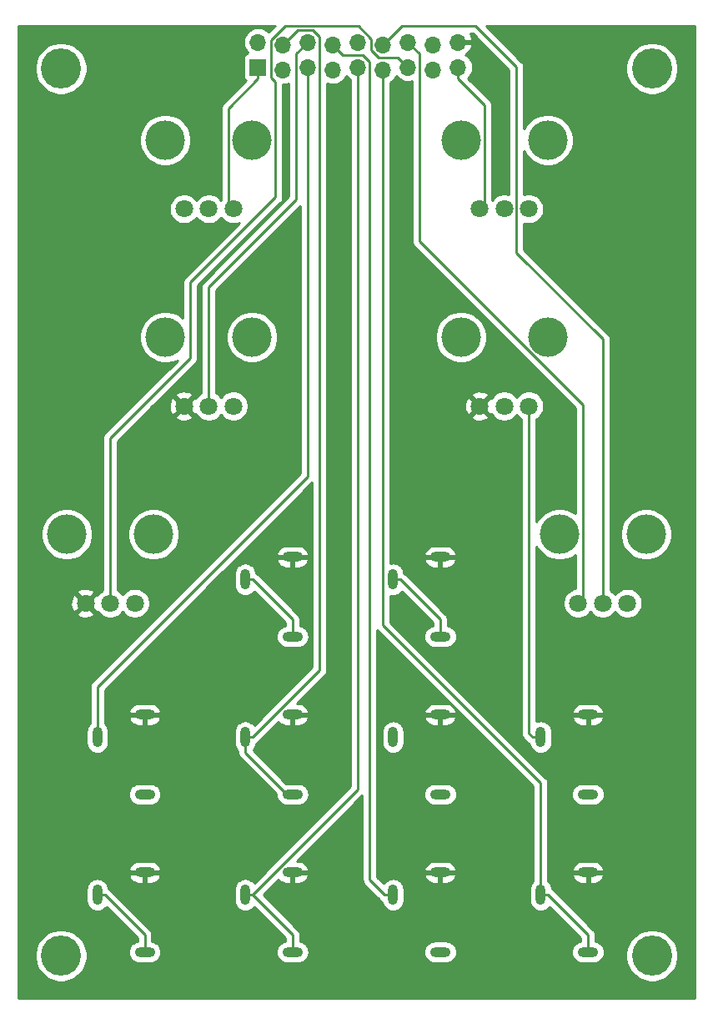
<source format=gtl>
G04 #@! TF.GenerationSoftware,KiCad,Pcbnew,(5.1.0)-1*
G04 #@! TF.CreationDate,2019-05-25T13:26:40-04:00*
G04 #@! TF.ProjectId,VCO_2_RevB_Interface,56434f5f-325f-4526-9576-425f496e7465,rev?*
G04 #@! TF.SameCoordinates,Original*
G04 #@! TF.FileFunction,Copper,L1,Top*
G04 #@! TF.FilePolarity,Positive*
%FSLAX46Y46*%
G04 Gerber Fmt 4.6, Leading zero omitted, Abs format (unit mm)*
G04 Created by KiCad (PCBNEW (5.1.0)-1) date 2019-05-25 13:26:40*
%MOMM*%
%LPD*%
G04 APERTURE LIST*
%ADD10O,2.100000X1.000000*%
%ADD11O,1.000000X2.100000*%
%ADD12C,1.800000*%
%ADD13C,4.000000*%
%ADD14C,4.064000*%
%ADD15R,1.700000X1.700000*%
%ADD16O,1.700000X1.700000*%
%ADD17C,0.250000*%
%ADD18C,0.254000*%
G04 APERTURE END LIST*
D10*
X73500000Y-108650000D03*
D11*
X68700000Y-102850000D03*
D10*
X73500000Y-100550000D03*
X58500000Y-108650000D03*
D11*
X53700000Y-102850000D03*
D10*
X58500000Y-100550000D03*
X58500000Y-124650000D03*
D11*
X53700000Y-118850000D03*
D10*
X58500000Y-116550000D03*
X103500000Y-124650000D03*
D11*
X98700000Y-118850000D03*
D10*
X103500000Y-116550000D03*
X88500000Y-124650000D03*
D11*
X83700000Y-118850000D03*
D10*
X88500000Y-116550000D03*
X73500000Y-124650000D03*
D11*
X68700000Y-118850000D03*
D10*
X73500000Y-116550000D03*
X73500000Y-92650000D03*
D11*
X68700000Y-86850000D03*
D10*
X73500000Y-84550000D03*
X88500000Y-92650000D03*
D11*
X83700000Y-86850000D03*
D10*
X88500000Y-84550000D03*
X88500000Y-108650000D03*
D11*
X83700000Y-102850000D03*
D10*
X88500000Y-100550000D03*
X103500000Y-108650000D03*
D11*
X98700000Y-102850000D03*
D10*
X103500000Y-100550000D03*
D12*
X97500000Y-49250000D03*
X95000000Y-49250000D03*
X92500000Y-49250000D03*
D13*
X99400000Y-42250000D03*
X90600000Y-42250000D03*
D12*
X67500000Y-49250000D03*
X65000000Y-49250000D03*
X62500000Y-49250000D03*
D13*
X69400000Y-42250000D03*
X60600000Y-42250000D03*
D12*
X107500000Y-89250000D03*
X105000000Y-89250000D03*
X102500000Y-89250000D03*
D13*
X109400000Y-82250000D03*
X100600000Y-82250000D03*
D12*
X57500000Y-89250000D03*
X55000000Y-89250000D03*
X52500000Y-89250000D03*
D13*
X59400000Y-82250000D03*
X50600000Y-82250000D03*
D12*
X67500000Y-69250000D03*
X65000000Y-69250000D03*
X62500000Y-69250000D03*
D13*
X69400000Y-62250000D03*
X60600000Y-62250000D03*
D12*
X97500000Y-69250000D03*
X95000000Y-69250000D03*
X92500000Y-69250000D03*
D13*
X99400000Y-62250000D03*
X90600000Y-62250000D03*
D14*
X110000000Y-125000000D03*
X50000000Y-125000000D03*
X110000000Y-35000000D03*
X50000000Y-35000000D03*
D15*
X70000000Y-34873000D03*
D16*
X70000000Y-32333000D03*
X72540000Y-35127000D03*
X72540000Y-32587000D03*
X75080000Y-34873000D03*
X75080000Y-32333000D03*
X77620000Y-35127000D03*
X77620000Y-32587000D03*
X80160000Y-34873000D03*
X80160000Y-32333000D03*
X82700000Y-35127000D03*
X82700000Y-32587000D03*
X85240000Y-34873000D03*
X85240000Y-32333000D03*
X87780000Y-35127000D03*
X87780000Y-32587000D03*
X90320000Y-34873000D03*
X90320000Y-32333000D03*
D17*
X82874700Y-118850000D02*
X83700000Y-118850000D01*
X81350200Y-117325500D02*
X82874700Y-118850000D01*
X81350200Y-34334800D02*
X81350200Y-117325500D01*
X80618400Y-33603000D02*
X81350200Y-34334800D01*
X78636000Y-33603000D02*
X80618400Y-33603000D01*
X77620000Y-32587000D02*
X78636000Y-33603000D01*
X68700000Y-104150000D02*
X68700000Y-102850000D01*
X68700000Y-104400000D02*
X68700000Y-104150000D01*
X72950000Y-108650000D02*
X68700000Y-104400000D01*
X73500000Y-108650000D02*
X72950000Y-108650000D01*
X69450000Y-102850000D02*
X68700000Y-102850000D01*
X76263000Y-96037000D02*
X69450000Y-102850000D01*
X76263000Y-31822000D02*
X76263000Y-96037000D01*
X75554700Y-31113700D02*
X76263000Y-31822000D01*
X74013300Y-31113700D02*
X75554700Y-31113700D01*
X72540000Y-32587000D02*
X74013300Y-31113700D01*
X73500000Y-122900000D02*
X69450000Y-118850000D01*
X73500000Y-124650000D02*
X73500000Y-122900000D01*
X80160000Y-108140000D02*
X80160000Y-106760000D01*
X69450000Y-118850000D02*
X80160000Y-108140000D01*
X68700000Y-118850000D02*
X69450000Y-118850000D01*
X80160000Y-34873000D02*
X80160000Y-106760000D01*
X75080000Y-34873000D02*
X75080000Y-76360300D01*
X75080000Y-76360300D02*
X53700000Y-97740300D01*
X53700000Y-97740300D02*
X53700000Y-102850000D01*
X82700000Y-35127000D02*
X82700000Y-91497900D01*
X82700000Y-91497900D02*
X98700000Y-107497900D01*
X98700000Y-107497900D02*
X98700000Y-118850000D01*
X99450000Y-118850000D02*
X98700000Y-118850000D01*
X103500000Y-122900000D02*
X99450000Y-118850000D01*
X103500000Y-124650000D02*
X103500000Y-122900000D01*
X55000000Y-72487800D02*
X55000000Y-89250000D01*
X63122500Y-64365300D02*
X55000000Y-72487800D01*
X63122500Y-56703400D02*
X63122500Y-64365300D01*
X71767600Y-36344600D02*
X71767600Y-48058300D01*
X71364500Y-35941500D02*
X71767600Y-36344600D01*
X71364500Y-32086800D02*
X71364500Y-35941500D01*
X72790800Y-30660500D02*
X71364500Y-32086800D01*
X85240000Y-34873000D02*
X84224000Y-33857000D01*
X84224000Y-33857000D02*
X82241600Y-33857000D01*
X82241600Y-33857000D02*
X81517000Y-33132400D01*
X81517000Y-33132400D02*
X81517000Y-31993200D01*
X71767600Y-48058300D02*
X63122500Y-56703400D01*
X81517000Y-31993200D02*
X80184300Y-30660500D01*
X80184300Y-30660500D02*
X72790800Y-30660500D01*
X54450000Y-118850000D02*
X53700000Y-118850000D01*
X58500000Y-122900000D02*
X54450000Y-118850000D01*
X58500000Y-124650000D02*
X58500000Y-122900000D01*
X65000000Y-57195100D02*
X65000000Y-69250000D01*
X73904700Y-48290400D02*
X65000000Y-57195100D01*
X73904700Y-33508300D02*
X73904700Y-48290400D01*
X75080000Y-32333000D02*
X73904700Y-33508300D01*
X69450000Y-86850000D02*
X68700000Y-86850000D01*
X73500000Y-90900000D02*
X69450000Y-86850000D01*
X73500000Y-92650000D02*
X73500000Y-90900000D01*
X90320000Y-34873000D02*
X90320000Y-36048300D01*
X90320000Y-36048300D02*
X92978000Y-38706300D01*
X92978000Y-38706300D02*
X92978000Y-48772000D01*
X92978000Y-48772000D02*
X92500000Y-49250000D01*
X70000000Y-34873000D02*
X70000000Y-36048300D01*
X70000000Y-36048300D02*
X67022000Y-39026300D01*
X67022000Y-39026300D02*
X67022000Y-48772000D01*
X67022000Y-48772000D02*
X67500000Y-49250000D01*
X84450000Y-86850000D02*
X83700000Y-86850000D01*
X88500000Y-90900000D02*
X84450000Y-86850000D01*
X88500000Y-92650000D02*
X88500000Y-90900000D01*
X98700000Y-102850000D02*
X97874700Y-102850000D01*
X97500000Y-69250000D02*
X97500000Y-102475300D01*
X97500000Y-102475300D02*
X97874700Y-102850000D01*
X102978000Y-88772000D02*
X102500000Y-89250000D01*
X102978000Y-69116600D02*
X102978000Y-88772000D01*
X86415300Y-52553900D02*
X102978000Y-69116600D01*
X86415300Y-33508300D02*
X86415300Y-52553900D01*
X85240000Y-32333000D02*
X86415300Y-33508300D01*
X105000000Y-62450500D02*
X105000000Y-89250000D01*
X96250000Y-53700500D02*
X105000000Y-62450500D01*
X96250000Y-34850000D02*
X96250000Y-53700500D01*
X92100000Y-30700000D02*
X96250000Y-34850000D01*
X84587000Y-30700000D02*
X92100000Y-30700000D01*
X82700000Y-32587000D02*
X84587000Y-30700000D01*
D18*
G36*
X71074741Y-31301758D02*
G01*
X71055134Y-31277866D01*
X70829014Y-31092294D01*
X70571034Y-30954401D01*
X70291111Y-30869487D01*
X70072950Y-30848000D01*
X69927050Y-30848000D01*
X69708889Y-30869487D01*
X69428966Y-30954401D01*
X69170986Y-31092294D01*
X68944866Y-31277866D01*
X68759294Y-31503986D01*
X68621401Y-31761966D01*
X68536487Y-32041889D01*
X68507815Y-32333000D01*
X68536487Y-32624111D01*
X68621401Y-32904034D01*
X68759294Y-33162014D01*
X68944866Y-33388134D01*
X68974687Y-33412607D01*
X68905820Y-33433498D01*
X68795506Y-33492463D01*
X68698815Y-33571815D01*
X68619463Y-33668506D01*
X68560498Y-33778820D01*
X68524188Y-33898518D01*
X68511928Y-34023000D01*
X68511928Y-35723000D01*
X68524188Y-35847482D01*
X68560498Y-35967180D01*
X68619463Y-36077494D01*
X68698815Y-36174185D01*
X68754013Y-36219485D01*
X66511003Y-38462496D01*
X66481999Y-38486299D01*
X66426871Y-38553474D01*
X66387026Y-38602024D01*
X66331289Y-38706300D01*
X66316454Y-38734054D01*
X66272997Y-38877315D01*
X66262000Y-38988968D01*
X66262000Y-38988978D01*
X66258324Y-39026300D01*
X66262000Y-39063622D01*
X66262001Y-48339870D01*
X66250000Y-48357831D01*
X66192312Y-48271495D01*
X65978505Y-48057688D01*
X65727095Y-47889701D01*
X65447743Y-47773989D01*
X65151184Y-47715000D01*
X64848816Y-47715000D01*
X64552257Y-47773989D01*
X64272905Y-47889701D01*
X64021495Y-48057688D01*
X63807688Y-48271495D01*
X63750000Y-48357831D01*
X63692312Y-48271495D01*
X63478505Y-48057688D01*
X63227095Y-47889701D01*
X62947743Y-47773989D01*
X62651184Y-47715000D01*
X62348816Y-47715000D01*
X62052257Y-47773989D01*
X61772905Y-47889701D01*
X61521495Y-48057688D01*
X61307688Y-48271495D01*
X61139701Y-48522905D01*
X61023989Y-48802257D01*
X60965000Y-49098816D01*
X60965000Y-49401184D01*
X61023989Y-49697743D01*
X61139701Y-49977095D01*
X61307688Y-50228505D01*
X61521495Y-50442312D01*
X61772905Y-50610299D01*
X62052257Y-50726011D01*
X62348816Y-50785000D01*
X62651184Y-50785000D01*
X62947743Y-50726011D01*
X63227095Y-50610299D01*
X63478505Y-50442312D01*
X63692312Y-50228505D01*
X63750000Y-50142169D01*
X63807688Y-50228505D01*
X64021495Y-50442312D01*
X64272905Y-50610299D01*
X64552257Y-50726011D01*
X64848816Y-50785000D01*
X65151184Y-50785000D01*
X65447743Y-50726011D01*
X65727095Y-50610299D01*
X65978505Y-50442312D01*
X66192312Y-50228505D01*
X66250000Y-50142169D01*
X66307688Y-50228505D01*
X66521495Y-50442312D01*
X66772905Y-50610299D01*
X67052257Y-50726011D01*
X67348816Y-50785000D01*
X67651184Y-50785000D01*
X67947743Y-50726011D01*
X68079779Y-50671320D01*
X62611503Y-56139596D01*
X62582499Y-56163399D01*
X62527371Y-56230574D01*
X62487526Y-56279124D01*
X62416955Y-56411153D01*
X62416954Y-56411154D01*
X62373497Y-56554415D01*
X62362500Y-56666068D01*
X62362500Y-56666078D01*
X62358824Y-56703400D01*
X62362500Y-56740722D01*
X62362500Y-60286047D01*
X62279715Y-60203262D01*
X61848141Y-59914893D01*
X61368601Y-59716261D01*
X60859525Y-59615000D01*
X60340475Y-59615000D01*
X59831399Y-59716261D01*
X59351859Y-59914893D01*
X58920285Y-60203262D01*
X58553262Y-60570285D01*
X58264893Y-61001859D01*
X58066261Y-61481399D01*
X57965000Y-61990475D01*
X57965000Y-62509525D01*
X58066261Y-63018601D01*
X58264893Y-63498141D01*
X58553262Y-63929715D01*
X58920285Y-64296738D01*
X59351859Y-64585107D01*
X59831399Y-64783739D01*
X60340475Y-64885000D01*
X60859525Y-64885000D01*
X61368601Y-64783739D01*
X61813572Y-64599426D01*
X54489003Y-71923996D01*
X54459999Y-71947799D01*
X54404871Y-72014974D01*
X54365026Y-72063524D01*
X54294455Y-72195553D01*
X54294454Y-72195554D01*
X54250997Y-72338815D01*
X54240000Y-72450468D01*
X54240000Y-72450478D01*
X54236324Y-72487800D01*
X54240000Y-72525122D01*
X54240001Y-87911687D01*
X54021495Y-88057688D01*
X53807688Y-88271495D01*
X53712262Y-88414310D01*
X53564080Y-88365525D01*
X52679605Y-89250000D01*
X53564080Y-90134475D01*
X53712262Y-90085690D01*
X53807688Y-90228505D01*
X54021495Y-90442312D01*
X54272905Y-90610299D01*
X54552257Y-90726011D01*
X54848816Y-90785000D01*
X55151184Y-90785000D01*
X55447743Y-90726011D01*
X55727095Y-90610299D01*
X55978505Y-90442312D01*
X56192312Y-90228505D01*
X56250000Y-90142169D01*
X56307688Y-90228505D01*
X56521495Y-90442312D01*
X56772905Y-90610299D01*
X57052257Y-90726011D01*
X57348816Y-90785000D01*
X57651184Y-90785000D01*
X57947743Y-90726011D01*
X58227095Y-90610299D01*
X58478505Y-90442312D01*
X58692312Y-90228505D01*
X58860299Y-89977095D01*
X58976011Y-89697743D01*
X59035000Y-89401184D01*
X59035000Y-89098816D01*
X58976011Y-88802257D01*
X58860299Y-88522905D01*
X58692312Y-88271495D01*
X58478505Y-88057688D01*
X58227095Y-87889701D01*
X57947743Y-87773989D01*
X57651184Y-87715000D01*
X57348816Y-87715000D01*
X57052257Y-87773989D01*
X56772905Y-87889701D01*
X56521495Y-88057688D01*
X56307688Y-88271495D01*
X56250000Y-88357831D01*
X56192312Y-88271495D01*
X55978505Y-88057688D01*
X55760000Y-87911687D01*
X55760000Y-81990475D01*
X56765000Y-81990475D01*
X56765000Y-82509525D01*
X56866261Y-83018601D01*
X57064893Y-83498141D01*
X57353262Y-83929715D01*
X57720285Y-84296738D01*
X58151859Y-84585107D01*
X58631399Y-84783739D01*
X59140475Y-84885000D01*
X59659525Y-84885000D01*
X60168601Y-84783739D01*
X60648141Y-84585107D01*
X61079715Y-84296738D01*
X61446738Y-83929715D01*
X61735107Y-83498141D01*
X61933739Y-83018601D01*
X62035000Y-82509525D01*
X62035000Y-81990475D01*
X61933739Y-81481399D01*
X61735107Y-81001859D01*
X61446738Y-80570285D01*
X61079715Y-80203262D01*
X60648141Y-79914893D01*
X60168601Y-79716261D01*
X59659525Y-79615000D01*
X59140475Y-79615000D01*
X58631399Y-79716261D01*
X58151859Y-79914893D01*
X57720285Y-80203262D01*
X57353262Y-80570285D01*
X57064893Y-81001859D01*
X56866261Y-81481399D01*
X56765000Y-81990475D01*
X55760000Y-81990475D01*
X55760000Y-72802601D01*
X58248521Y-70314080D01*
X61615525Y-70314080D01*
X61699208Y-70568261D01*
X61971775Y-70699158D01*
X62264642Y-70774365D01*
X62566553Y-70790991D01*
X62865907Y-70748397D01*
X63151199Y-70648222D01*
X63300792Y-70568261D01*
X63384475Y-70314080D01*
X62500000Y-69429605D01*
X61615525Y-70314080D01*
X58248521Y-70314080D01*
X59246048Y-69316553D01*
X60959009Y-69316553D01*
X61001603Y-69615907D01*
X61101778Y-69901199D01*
X61181739Y-70050792D01*
X61435920Y-70134475D01*
X62320395Y-69250000D01*
X61435920Y-68365525D01*
X61181739Y-68449208D01*
X61050842Y-68721775D01*
X60975635Y-69014642D01*
X60959009Y-69316553D01*
X59246048Y-69316553D01*
X60376681Y-68185920D01*
X61615525Y-68185920D01*
X62500000Y-69070395D01*
X63384475Y-68185920D01*
X63300792Y-67931739D01*
X63028225Y-67800842D01*
X62735358Y-67725635D01*
X62433447Y-67709009D01*
X62134093Y-67751603D01*
X61848801Y-67851778D01*
X61699208Y-67931739D01*
X61615525Y-68185920D01*
X60376681Y-68185920D01*
X63633503Y-64929099D01*
X63662501Y-64905301D01*
X63757474Y-64789576D01*
X63828046Y-64657547D01*
X63871503Y-64514286D01*
X63882500Y-64402633D01*
X63882500Y-64402625D01*
X63886176Y-64365300D01*
X63882500Y-64327975D01*
X63882500Y-57018201D01*
X72278603Y-48622099D01*
X72307601Y-48598301D01*
X72402574Y-48482576D01*
X72473146Y-48350547D01*
X72516603Y-48207286D01*
X72527600Y-48095633D01*
X72527600Y-48095625D01*
X72531276Y-48058300D01*
X72527600Y-48020975D01*
X72527600Y-36612000D01*
X72612950Y-36612000D01*
X72831111Y-36590513D01*
X73111034Y-36505599D01*
X73144700Y-36487604D01*
X73144701Y-47975597D01*
X64489003Y-56631296D01*
X64459999Y-56655099D01*
X64420360Y-56703400D01*
X64365026Y-56770824D01*
X64294455Y-56902853D01*
X64294454Y-56902854D01*
X64250997Y-57046115D01*
X64240000Y-57157768D01*
X64240000Y-57157778D01*
X64236324Y-57195100D01*
X64240000Y-57232422D01*
X64240001Y-67911687D01*
X64021495Y-68057688D01*
X63807688Y-68271495D01*
X63712262Y-68414310D01*
X63564080Y-68365525D01*
X62679605Y-69250000D01*
X63564080Y-70134475D01*
X63712262Y-70085690D01*
X63807688Y-70228505D01*
X64021495Y-70442312D01*
X64272905Y-70610299D01*
X64552257Y-70726011D01*
X64848816Y-70785000D01*
X65151184Y-70785000D01*
X65447743Y-70726011D01*
X65727095Y-70610299D01*
X65978505Y-70442312D01*
X66192312Y-70228505D01*
X66250000Y-70142169D01*
X66307688Y-70228505D01*
X66521495Y-70442312D01*
X66772905Y-70610299D01*
X67052257Y-70726011D01*
X67348816Y-70785000D01*
X67651184Y-70785000D01*
X67947743Y-70726011D01*
X68227095Y-70610299D01*
X68478505Y-70442312D01*
X68692312Y-70228505D01*
X68860299Y-69977095D01*
X68976011Y-69697743D01*
X69035000Y-69401184D01*
X69035000Y-69098816D01*
X68976011Y-68802257D01*
X68860299Y-68522905D01*
X68692312Y-68271495D01*
X68478505Y-68057688D01*
X68227095Y-67889701D01*
X67947743Y-67773989D01*
X67651184Y-67715000D01*
X67348816Y-67715000D01*
X67052257Y-67773989D01*
X66772905Y-67889701D01*
X66521495Y-68057688D01*
X66307688Y-68271495D01*
X66250000Y-68357831D01*
X66192312Y-68271495D01*
X65978505Y-68057688D01*
X65760000Y-67911687D01*
X65760000Y-61990475D01*
X66765000Y-61990475D01*
X66765000Y-62509525D01*
X66866261Y-63018601D01*
X67064893Y-63498141D01*
X67353262Y-63929715D01*
X67720285Y-64296738D01*
X68151859Y-64585107D01*
X68631399Y-64783739D01*
X69140475Y-64885000D01*
X69659525Y-64885000D01*
X70168601Y-64783739D01*
X70648141Y-64585107D01*
X71079715Y-64296738D01*
X71446738Y-63929715D01*
X71735107Y-63498141D01*
X71933739Y-63018601D01*
X72035000Y-62509525D01*
X72035000Y-61990475D01*
X71933739Y-61481399D01*
X71735107Y-61001859D01*
X71446738Y-60570285D01*
X71079715Y-60203262D01*
X70648141Y-59914893D01*
X70168601Y-59716261D01*
X69659525Y-59615000D01*
X69140475Y-59615000D01*
X68631399Y-59716261D01*
X68151859Y-59914893D01*
X67720285Y-60203262D01*
X67353262Y-60570285D01*
X67064893Y-61001859D01*
X66866261Y-61481399D01*
X66765000Y-61990475D01*
X65760000Y-61990475D01*
X65760000Y-57509901D01*
X74320000Y-48949902D01*
X74320001Y-76045497D01*
X53189003Y-97176496D01*
X53159999Y-97200299D01*
X53104871Y-97267474D01*
X53065026Y-97316024D01*
X52994455Y-97448053D01*
X52994454Y-97448054D01*
X52950997Y-97591315D01*
X52940000Y-97702968D01*
X52940000Y-97702978D01*
X52936324Y-97740300D01*
X52940000Y-97777623D01*
X52940001Y-101455431D01*
X52893552Y-101493551D01*
X52751717Y-101666377D01*
X52646324Y-101863553D01*
X52581423Y-102077501D01*
X52565000Y-102244248D01*
X52565000Y-103455751D01*
X52581423Y-103622498D01*
X52646324Y-103836446D01*
X52751716Y-104033623D01*
X52893551Y-104206449D01*
X53066377Y-104348284D01*
X53263553Y-104453676D01*
X53477501Y-104518577D01*
X53700000Y-104540491D01*
X53922498Y-104518577D01*
X54136446Y-104453676D01*
X54333623Y-104348284D01*
X54506449Y-104206449D01*
X54648284Y-104033623D01*
X54753676Y-103836447D01*
X54818577Y-103622499D01*
X54835000Y-103455752D01*
X54835000Y-102244248D01*
X54818577Y-102077501D01*
X54753676Y-101863553D01*
X54648284Y-101666377D01*
X54506449Y-101493551D01*
X54460000Y-101455431D01*
X54460000Y-100851874D01*
X56855881Y-100851874D01*
X56935724Y-101074976D01*
X57057631Y-101262764D01*
X57213831Y-101423161D01*
X57398322Y-101550003D01*
X57604013Y-101638415D01*
X57823000Y-101685000D01*
X58373000Y-101685000D01*
X58373000Y-100677000D01*
X58627000Y-100677000D01*
X58627000Y-101685000D01*
X59177000Y-101685000D01*
X59395987Y-101638415D01*
X59601678Y-101550003D01*
X59786169Y-101423161D01*
X59942369Y-101262764D01*
X60064276Y-101074976D01*
X60144119Y-100851874D01*
X60017954Y-100677000D01*
X58627000Y-100677000D01*
X58373000Y-100677000D01*
X56982046Y-100677000D01*
X56855881Y-100851874D01*
X54460000Y-100851874D01*
X54460000Y-100248126D01*
X56855881Y-100248126D01*
X56982046Y-100423000D01*
X58373000Y-100423000D01*
X58373000Y-100403000D01*
X58627000Y-100403000D01*
X58627000Y-100423000D01*
X60017954Y-100423000D01*
X60144119Y-100248126D01*
X60064276Y-100025024D01*
X59942369Y-99837236D01*
X59786169Y-99676839D01*
X59601678Y-99549997D01*
X59395987Y-99461585D01*
X59177000Y-99415000D01*
X57823000Y-99415000D01*
X57604013Y-99461585D01*
X57398322Y-99549997D01*
X57213831Y-99676839D01*
X57057631Y-99837236D01*
X56935724Y-100025024D01*
X56855881Y-100248126D01*
X54460000Y-100248126D01*
X54460000Y-98055101D01*
X66270853Y-86244248D01*
X67565000Y-86244248D01*
X67565000Y-87455751D01*
X67581423Y-87622498D01*
X67646324Y-87836446D01*
X67751716Y-88033623D01*
X67893551Y-88206449D01*
X68066377Y-88348284D01*
X68263553Y-88453676D01*
X68477501Y-88518577D01*
X68700000Y-88540491D01*
X68922498Y-88518577D01*
X69136446Y-88453676D01*
X69333623Y-88348284D01*
X69506449Y-88206449D01*
X69607958Y-88082760D01*
X72740001Y-91214803D01*
X72740001Y-91530192D01*
X72727501Y-91531423D01*
X72513553Y-91596324D01*
X72316377Y-91701716D01*
X72143551Y-91843551D01*
X72001716Y-92016377D01*
X71896324Y-92213553D01*
X71831423Y-92427501D01*
X71809509Y-92650000D01*
X71831423Y-92872499D01*
X71896324Y-93086447D01*
X72001716Y-93283623D01*
X72143551Y-93456449D01*
X72316377Y-93598284D01*
X72513553Y-93703676D01*
X72727501Y-93768577D01*
X72894248Y-93785000D01*
X74105752Y-93785000D01*
X74272499Y-93768577D01*
X74486447Y-93703676D01*
X74683623Y-93598284D01*
X74856449Y-93456449D01*
X74998284Y-93283623D01*
X75103676Y-93086447D01*
X75168577Y-92872499D01*
X75190491Y-92650000D01*
X75168577Y-92427501D01*
X75103676Y-92213553D01*
X74998284Y-92016377D01*
X74856449Y-91843551D01*
X74683623Y-91701716D01*
X74486447Y-91596324D01*
X74272499Y-91531423D01*
X74260000Y-91530192D01*
X74260000Y-90937323D01*
X74263676Y-90900000D01*
X74260000Y-90862677D01*
X74260000Y-90862667D01*
X74249003Y-90751014D01*
X74205546Y-90607753D01*
X74184437Y-90568261D01*
X74134974Y-90475723D01*
X74063799Y-90388997D01*
X74040001Y-90359999D01*
X74011003Y-90336201D01*
X70013804Y-86339003D01*
X69990001Y-86309999D01*
X69874276Y-86215026D01*
X69829779Y-86191242D01*
X69818577Y-86077501D01*
X69753676Y-85863553D01*
X69648284Y-85666377D01*
X69506449Y-85493551D01*
X69333623Y-85351716D01*
X69136447Y-85246324D01*
X68922499Y-85181423D01*
X68700000Y-85159509D01*
X68477502Y-85181423D01*
X68263554Y-85246324D01*
X68066378Y-85351716D01*
X67893552Y-85493551D01*
X67751717Y-85666377D01*
X67646324Y-85863553D01*
X67581423Y-86077501D01*
X67565000Y-86244248D01*
X66270853Y-86244248D01*
X67663227Y-84851874D01*
X71855881Y-84851874D01*
X71935724Y-85074976D01*
X72057631Y-85262764D01*
X72213831Y-85423161D01*
X72398322Y-85550003D01*
X72604013Y-85638415D01*
X72823000Y-85685000D01*
X73373000Y-85685000D01*
X73373000Y-84677000D01*
X73627000Y-84677000D01*
X73627000Y-85685000D01*
X74177000Y-85685000D01*
X74395987Y-85638415D01*
X74601678Y-85550003D01*
X74786169Y-85423161D01*
X74942369Y-85262764D01*
X75064276Y-85074976D01*
X75144119Y-84851874D01*
X75017954Y-84677000D01*
X73627000Y-84677000D01*
X73373000Y-84677000D01*
X71982046Y-84677000D01*
X71855881Y-84851874D01*
X67663227Y-84851874D01*
X68266975Y-84248126D01*
X71855881Y-84248126D01*
X71982046Y-84423000D01*
X73373000Y-84423000D01*
X73373000Y-84403000D01*
X73627000Y-84403000D01*
X73627000Y-84423000D01*
X75017954Y-84423000D01*
X75144119Y-84248126D01*
X75064276Y-84025024D01*
X74942369Y-83837236D01*
X74786169Y-83676839D01*
X74601678Y-83549997D01*
X74395987Y-83461585D01*
X74177000Y-83415000D01*
X72823000Y-83415000D01*
X72604013Y-83461585D01*
X72398322Y-83549997D01*
X72213831Y-83676839D01*
X72057631Y-83837236D01*
X71935724Y-84025024D01*
X71855881Y-84248126D01*
X68266975Y-84248126D01*
X75503001Y-77012101D01*
X75503001Y-95722197D01*
X69607959Y-101617240D01*
X69506449Y-101493551D01*
X69333623Y-101351716D01*
X69136447Y-101246324D01*
X68922499Y-101181423D01*
X68700000Y-101159509D01*
X68477502Y-101181423D01*
X68263554Y-101246324D01*
X68066378Y-101351716D01*
X67893552Y-101493551D01*
X67751717Y-101666377D01*
X67646324Y-101863553D01*
X67581423Y-102077501D01*
X67565000Y-102244248D01*
X67565000Y-103455751D01*
X67581423Y-103622498D01*
X67646324Y-103836446D01*
X67751716Y-104033623D01*
X67893551Y-104206449D01*
X67940000Y-104244569D01*
X67940000Y-104362678D01*
X67936324Y-104400000D01*
X67940000Y-104437322D01*
X67940000Y-104437332D01*
X67950997Y-104548985D01*
X67993773Y-104690001D01*
X67994454Y-104692246D01*
X68065026Y-104824276D01*
X68090689Y-104855546D01*
X68159999Y-104940001D01*
X68189003Y-104963804D01*
X71815399Y-108590201D01*
X71809509Y-108650000D01*
X71831423Y-108872499D01*
X71896324Y-109086447D01*
X72001716Y-109283623D01*
X72143551Y-109456449D01*
X72316377Y-109598284D01*
X72513553Y-109703676D01*
X72727501Y-109768577D01*
X72894248Y-109785000D01*
X74105752Y-109785000D01*
X74272499Y-109768577D01*
X74486447Y-109703676D01*
X74683623Y-109598284D01*
X74856449Y-109456449D01*
X74998284Y-109283623D01*
X75103676Y-109086447D01*
X75168577Y-108872499D01*
X75190491Y-108650000D01*
X75168577Y-108427501D01*
X75103676Y-108213553D01*
X74998284Y-108016377D01*
X74856449Y-107843551D01*
X74683623Y-107701716D01*
X74486447Y-107596324D01*
X74272499Y-107531423D01*
X74105752Y-107515000D01*
X72894248Y-107515000D01*
X72890200Y-107515399D01*
X69540166Y-104165365D01*
X69648284Y-104033623D01*
X69753676Y-103836447D01*
X69818577Y-103622499D01*
X69829779Y-103508758D01*
X69874276Y-103484974D01*
X69990001Y-103390001D01*
X70013804Y-103360997D01*
X72084474Y-101290328D01*
X72213831Y-101423161D01*
X72398322Y-101550003D01*
X72604013Y-101638415D01*
X72823000Y-101685000D01*
X73373000Y-101685000D01*
X73373000Y-100677000D01*
X73627000Y-100677000D01*
X73627000Y-101685000D01*
X74177000Y-101685000D01*
X74395987Y-101638415D01*
X74601678Y-101550003D01*
X74786169Y-101423161D01*
X74942369Y-101262764D01*
X75064276Y-101074976D01*
X75144119Y-100851874D01*
X75017954Y-100677000D01*
X73627000Y-100677000D01*
X73373000Y-100677000D01*
X73353000Y-100677000D01*
X73353000Y-100423000D01*
X73373000Y-100423000D01*
X73373000Y-100403000D01*
X73627000Y-100403000D01*
X73627000Y-100423000D01*
X75017954Y-100423000D01*
X75144119Y-100248126D01*
X75064276Y-100025024D01*
X74942369Y-99837236D01*
X74786169Y-99676839D01*
X74601678Y-99549997D01*
X74395987Y-99461585D01*
X74177000Y-99415000D01*
X73959802Y-99415000D01*
X76774003Y-96600799D01*
X76803001Y-96577001D01*
X76829332Y-96544917D01*
X76897974Y-96461277D01*
X76968546Y-96329247D01*
X77012003Y-96185986D01*
X77023000Y-96074333D01*
X77023000Y-96074323D01*
X77026676Y-96037001D01*
X77023000Y-95999678D01*
X77023000Y-36491720D01*
X77048966Y-36505599D01*
X77328889Y-36590513D01*
X77547050Y-36612000D01*
X77692950Y-36612000D01*
X77911111Y-36590513D01*
X78191034Y-36505599D01*
X78449014Y-36367706D01*
X78675134Y-36182134D01*
X78860706Y-35956014D01*
X78966031Y-35758964D01*
X79104866Y-35928134D01*
X79330986Y-36113706D01*
X79400000Y-36150595D01*
X79400001Y-106722667D01*
X79400000Y-107825198D01*
X69607959Y-117617240D01*
X69506449Y-117493551D01*
X69333623Y-117351716D01*
X69136447Y-117246324D01*
X68922499Y-117181423D01*
X68700000Y-117159509D01*
X68477502Y-117181423D01*
X68263554Y-117246324D01*
X68066378Y-117351716D01*
X67893552Y-117493551D01*
X67751717Y-117666377D01*
X67646324Y-117863553D01*
X67581423Y-118077501D01*
X67565000Y-118244248D01*
X67565000Y-119455751D01*
X67581423Y-119622498D01*
X67646324Y-119836446D01*
X67751716Y-120033623D01*
X67893551Y-120206449D01*
X68066377Y-120348284D01*
X68263553Y-120453676D01*
X68477501Y-120518577D01*
X68700000Y-120540491D01*
X68922498Y-120518577D01*
X69136446Y-120453676D01*
X69333623Y-120348284D01*
X69506449Y-120206449D01*
X69607958Y-120082760D01*
X72740001Y-123214803D01*
X72740001Y-123530192D01*
X72727501Y-123531423D01*
X72513553Y-123596324D01*
X72316377Y-123701716D01*
X72143551Y-123843551D01*
X72001716Y-124016377D01*
X71896324Y-124213553D01*
X71831423Y-124427501D01*
X71809509Y-124650000D01*
X71831423Y-124872499D01*
X71896324Y-125086447D01*
X72001716Y-125283623D01*
X72143551Y-125456449D01*
X72316377Y-125598284D01*
X72513553Y-125703676D01*
X72727501Y-125768577D01*
X72894248Y-125785000D01*
X74105752Y-125785000D01*
X74272499Y-125768577D01*
X74486447Y-125703676D01*
X74683623Y-125598284D01*
X74856449Y-125456449D01*
X74998284Y-125283623D01*
X75103676Y-125086447D01*
X75168577Y-124872499D01*
X75190491Y-124650000D01*
X86809509Y-124650000D01*
X86831423Y-124872499D01*
X86896324Y-125086447D01*
X87001716Y-125283623D01*
X87143551Y-125456449D01*
X87316377Y-125598284D01*
X87513553Y-125703676D01*
X87727501Y-125768577D01*
X87894248Y-125785000D01*
X89105752Y-125785000D01*
X89272499Y-125768577D01*
X89486447Y-125703676D01*
X89683623Y-125598284D01*
X89856449Y-125456449D01*
X89998284Y-125283623D01*
X90103676Y-125086447D01*
X90168577Y-124872499D01*
X90190491Y-124650000D01*
X90168577Y-124427501D01*
X90103676Y-124213553D01*
X89998284Y-124016377D01*
X89856449Y-123843551D01*
X89683623Y-123701716D01*
X89486447Y-123596324D01*
X89272499Y-123531423D01*
X89105752Y-123515000D01*
X87894248Y-123515000D01*
X87727501Y-123531423D01*
X87513553Y-123596324D01*
X87316377Y-123701716D01*
X87143551Y-123843551D01*
X87001716Y-124016377D01*
X86896324Y-124213553D01*
X86831423Y-124427501D01*
X86809509Y-124650000D01*
X75190491Y-124650000D01*
X75168577Y-124427501D01*
X75103676Y-124213553D01*
X74998284Y-124016377D01*
X74856449Y-123843551D01*
X74683623Y-123701716D01*
X74486447Y-123596324D01*
X74272499Y-123531423D01*
X74260000Y-123530192D01*
X74260000Y-122937323D01*
X74263676Y-122900000D01*
X74260000Y-122862677D01*
X74260000Y-122862667D01*
X74249003Y-122751014D01*
X74205546Y-122607753D01*
X74134974Y-122475723D01*
X74063799Y-122388997D01*
X74040001Y-122359999D01*
X74011003Y-122336201D01*
X70524801Y-118850000D01*
X72084473Y-117290328D01*
X72213831Y-117423161D01*
X72398322Y-117550003D01*
X72604013Y-117638415D01*
X72823000Y-117685000D01*
X73373000Y-117685000D01*
X73373000Y-116677000D01*
X73627000Y-116677000D01*
X73627000Y-117685000D01*
X74177000Y-117685000D01*
X74395987Y-117638415D01*
X74601678Y-117550003D01*
X74786169Y-117423161D01*
X74942369Y-117262764D01*
X75064276Y-117074976D01*
X75144119Y-116851874D01*
X75017954Y-116677000D01*
X73627000Y-116677000D01*
X73373000Y-116677000D01*
X73353000Y-116677000D01*
X73353000Y-116423000D01*
X73373000Y-116423000D01*
X73373000Y-116403000D01*
X73627000Y-116403000D01*
X73627000Y-116423000D01*
X75017954Y-116423000D01*
X75144119Y-116248126D01*
X75064276Y-116025024D01*
X74942369Y-115837236D01*
X74786169Y-115676839D01*
X74601678Y-115549997D01*
X74395987Y-115461585D01*
X74177000Y-115415000D01*
X73959801Y-115415000D01*
X80590201Y-108784601D01*
X80590201Y-117288167D01*
X80586524Y-117325500D01*
X80601198Y-117474485D01*
X80644654Y-117617746D01*
X80715226Y-117749776D01*
X80786401Y-117836502D01*
X80810200Y-117865501D01*
X80839198Y-117889299D01*
X82310900Y-119361002D01*
X82334699Y-119390001D01*
X82363697Y-119413799D01*
X82450424Y-119484974D01*
X82574405Y-119551244D01*
X82581423Y-119622498D01*
X82646324Y-119836446D01*
X82751716Y-120033623D01*
X82893551Y-120206449D01*
X83066377Y-120348284D01*
X83263553Y-120453676D01*
X83477501Y-120518577D01*
X83700000Y-120540491D01*
X83922498Y-120518577D01*
X84136446Y-120453676D01*
X84333623Y-120348284D01*
X84506449Y-120206449D01*
X84648284Y-120033623D01*
X84753676Y-119836447D01*
X84818577Y-119622499D01*
X84835000Y-119455752D01*
X84835000Y-118244248D01*
X84818577Y-118077501D01*
X84753676Y-117863553D01*
X84648284Y-117666377D01*
X84506449Y-117493551D01*
X84333623Y-117351716D01*
X84136447Y-117246324D01*
X83922499Y-117181423D01*
X83700000Y-117159509D01*
X83477502Y-117181423D01*
X83263554Y-117246324D01*
X83066378Y-117351716D01*
X82893552Y-117493551D01*
X82758100Y-117658599D01*
X82110200Y-117010699D01*
X82110200Y-116851874D01*
X86855881Y-116851874D01*
X86935724Y-117074976D01*
X87057631Y-117262764D01*
X87213831Y-117423161D01*
X87398322Y-117550003D01*
X87604013Y-117638415D01*
X87823000Y-117685000D01*
X88373000Y-117685000D01*
X88373000Y-116677000D01*
X88627000Y-116677000D01*
X88627000Y-117685000D01*
X89177000Y-117685000D01*
X89395987Y-117638415D01*
X89601678Y-117550003D01*
X89786169Y-117423161D01*
X89942369Y-117262764D01*
X90064276Y-117074976D01*
X90144119Y-116851874D01*
X90017954Y-116677000D01*
X88627000Y-116677000D01*
X88373000Y-116677000D01*
X86982046Y-116677000D01*
X86855881Y-116851874D01*
X82110200Y-116851874D01*
X82110200Y-116248126D01*
X86855881Y-116248126D01*
X86982046Y-116423000D01*
X88373000Y-116423000D01*
X88373000Y-116403000D01*
X88627000Y-116403000D01*
X88627000Y-116423000D01*
X90017954Y-116423000D01*
X90144119Y-116248126D01*
X90064276Y-116025024D01*
X89942369Y-115837236D01*
X89786169Y-115676839D01*
X89601678Y-115549997D01*
X89395987Y-115461585D01*
X89177000Y-115415000D01*
X87823000Y-115415000D01*
X87604013Y-115461585D01*
X87398322Y-115549997D01*
X87213831Y-115676839D01*
X87057631Y-115837236D01*
X86935724Y-116025024D01*
X86855881Y-116248126D01*
X82110200Y-116248126D01*
X82110200Y-108650000D01*
X86809509Y-108650000D01*
X86831423Y-108872499D01*
X86896324Y-109086447D01*
X87001716Y-109283623D01*
X87143551Y-109456449D01*
X87316377Y-109598284D01*
X87513553Y-109703676D01*
X87727501Y-109768577D01*
X87894248Y-109785000D01*
X89105752Y-109785000D01*
X89272499Y-109768577D01*
X89486447Y-109703676D01*
X89683623Y-109598284D01*
X89856449Y-109456449D01*
X89998284Y-109283623D01*
X90103676Y-109086447D01*
X90168577Y-108872499D01*
X90190491Y-108650000D01*
X90168577Y-108427501D01*
X90103676Y-108213553D01*
X89998284Y-108016377D01*
X89856449Y-107843551D01*
X89683623Y-107701716D01*
X89486447Y-107596324D01*
X89272499Y-107531423D01*
X89105752Y-107515000D01*
X87894248Y-107515000D01*
X87727501Y-107531423D01*
X87513553Y-107596324D01*
X87316377Y-107701716D01*
X87143551Y-107843551D01*
X87001716Y-108016377D01*
X86896324Y-108213553D01*
X86831423Y-108427501D01*
X86809509Y-108650000D01*
X82110200Y-108650000D01*
X82110200Y-102244248D01*
X82565000Y-102244248D01*
X82565000Y-103455751D01*
X82581423Y-103622498D01*
X82646324Y-103836446D01*
X82751716Y-104033623D01*
X82893551Y-104206449D01*
X83066377Y-104348284D01*
X83263553Y-104453676D01*
X83477501Y-104518577D01*
X83700000Y-104540491D01*
X83922498Y-104518577D01*
X84136446Y-104453676D01*
X84333623Y-104348284D01*
X84506449Y-104206449D01*
X84648284Y-104033623D01*
X84753676Y-103836447D01*
X84818577Y-103622499D01*
X84835000Y-103455752D01*
X84835000Y-102244248D01*
X84818577Y-102077501D01*
X84753676Y-101863553D01*
X84648284Y-101666377D01*
X84506449Y-101493551D01*
X84333623Y-101351716D01*
X84136447Y-101246324D01*
X83922499Y-101181423D01*
X83700000Y-101159509D01*
X83477502Y-101181423D01*
X83263554Y-101246324D01*
X83066378Y-101351716D01*
X82893552Y-101493551D01*
X82751717Y-101666377D01*
X82646324Y-101863553D01*
X82581423Y-102077501D01*
X82565000Y-102244248D01*
X82110200Y-102244248D01*
X82110200Y-100851874D01*
X86855881Y-100851874D01*
X86935724Y-101074976D01*
X87057631Y-101262764D01*
X87213831Y-101423161D01*
X87398322Y-101550003D01*
X87604013Y-101638415D01*
X87823000Y-101685000D01*
X88373000Y-101685000D01*
X88373000Y-100677000D01*
X88627000Y-100677000D01*
X88627000Y-101685000D01*
X89177000Y-101685000D01*
X89395987Y-101638415D01*
X89601678Y-101550003D01*
X89786169Y-101423161D01*
X89942369Y-101262764D01*
X90064276Y-101074976D01*
X90144119Y-100851874D01*
X90017954Y-100677000D01*
X88627000Y-100677000D01*
X88373000Y-100677000D01*
X86982046Y-100677000D01*
X86855881Y-100851874D01*
X82110200Y-100851874D01*
X82110200Y-100248126D01*
X86855881Y-100248126D01*
X86982046Y-100423000D01*
X88373000Y-100423000D01*
X88373000Y-100403000D01*
X88627000Y-100403000D01*
X88627000Y-100423000D01*
X90017954Y-100423000D01*
X90144119Y-100248126D01*
X90064276Y-100025024D01*
X89942369Y-99837236D01*
X89786169Y-99676839D01*
X89601678Y-99549997D01*
X89395987Y-99461585D01*
X89177000Y-99415000D01*
X87823000Y-99415000D01*
X87604013Y-99461585D01*
X87398322Y-99549997D01*
X87213831Y-99676839D01*
X87057631Y-99837236D01*
X86935724Y-100025024D01*
X86855881Y-100248126D01*
X82110200Y-100248126D01*
X82110200Y-91977220D01*
X82136201Y-92008902D01*
X82160000Y-92037901D01*
X82188998Y-92061699D01*
X97940000Y-107812702D01*
X97940001Y-117455431D01*
X97893552Y-117493551D01*
X97751717Y-117666377D01*
X97646324Y-117863553D01*
X97581423Y-118077501D01*
X97565000Y-118244248D01*
X97565000Y-119455751D01*
X97581423Y-119622498D01*
X97646324Y-119836446D01*
X97751716Y-120033623D01*
X97893551Y-120206449D01*
X98066377Y-120348284D01*
X98263553Y-120453676D01*
X98477501Y-120518577D01*
X98700000Y-120540491D01*
X98922498Y-120518577D01*
X99136446Y-120453676D01*
X99333623Y-120348284D01*
X99506449Y-120206449D01*
X99607958Y-120082760D01*
X102740001Y-123214803D01*
X102740001Y-123530192D01*
X102727501Y-123531423D01*
X102513553Y-123596324D01*
X102316377Y-123701716D01*
X102143551Y-123843551D01*
X102001716Y-124016377D01*
X101896324Y-124213553D01*
X101831423Y-124427501D01*
X101809509Y-124650000D01*
X101831423Y-124872499D01*
X101896324Y-125086447D01*
X102001716Y-125283623D01*
X102143551Y-125456449D01*
X102316377Y-125598284D01*
X102513553Y-125703676D01*
X102727501Y-125768577D01*
X102894248Y-125785000D01*
X104105752Y-125785000D01*
X104272499Y-125768577D01*
X104486447Y-125703676D01*
X104683623Y-125598284D01*
X104856449Y-125456449D01*
X104998284Y-125283623D01*
X105103676Y-125086447D01*
X105168577Y-124872499D01*
X105181890Y-124737323D01*
X107333000Y-124737323D01*
X107333000Y-125262677D01*
X107435492Y-125777935D01*
X107636536Y-126263298D01*
X107928406Y-126700113D01*
X108299887Y-127071594D01*
X108736702Y-127363464D01*
X109222065Y-127564508D01*
X109737323Y-127667000D01*
X110262677Y-127667000D01*
X110777935Y-127564508D01*
X111263298Y-127363464D01*
X111700113Y-127071594D01*
X112071594Y-126700113D01*
X112363464Y-126263298D01*
X112564508Y-125777935D01*
X112667000Y-125262677D01*
X112667000Y-124737323D01*
X112564508Y-124222065D01*
X112363464Y-123736702D01*
X112071594Y-123299887D01*
X111700113Y-122928406D01*
X111263298Y-122636536D01*
X110777935Y-122435492D01*
X110262677Y-122333000D01*
X109737323Y-122333000D01*
X109222065Y-122435492D01*
X108736702Y-122636536D01*
X108299887Y-122928406D01*
X107928406Y-123299887D01*
X107636536Y-123736702D01*
X107435492Y-124222065D01*
X107333000Y-124737323D01*
X105181890Y-124737323D01*
X105190491Y-124650000D01*
X105168577Y-124427501D01*
X105103676Y-124213553D01*
X104998284Y-124016377D01*
X104856449Y-123843551D01*
X104683623Y-123701716D01*
X104486447Y-123596324D01*
X104272499Y-123531423D01*
X104260000Y-123530192D01*
X104260000Y-122937323D01*
X104263676Y-122900000D01*
X104260000Y-122862677D01*
X104260000Y-122862667D01*
X104249003Y-122751014D01*
X104205546Y-122607753D01*
X104134974Y-122475723D01*
X104063799Y-122388997D01*
X104040001Y-122359999D01*
X104011003Y-122336201D01*
X100013804Y-118339003D01*
X99990001Y-118309999D01*
X99874276Y-118215026D01*
X99829779Y-118191242D01*
X99818577Y-118077501D01*
X99753676Y-117863553D01*
X99648284Y-117666377D01*
X99506449Y-117493551D01*
X99460000Y-117455431D01*
X99460000Y-116851874D01*
X101855881Y-116851874D01*
X101935724Y-117074976D01*
X102057631Y-117262764D01*
X102213831Y-117423161D01*
X102398322Y-117550003D01*
X102604013Y-117638415D01*
X102823000Y-117685000D01*
X103373000Y-117685000D01*
X103373000Y-116677000D01*
X103627000Y-116677000D01*
X103627000Y-117685000D01*
X104177000Y-117685000D01*
X104395987Y-117638415D01*
X104601678Y-117550003D01*
X104786169Y-117423161D01*
X104942369Y-117262764D01*
X105064276Y-117074976D01*
X105144119Y-116851874D01*
X105017954Y-116677000D01*
X103627000Y-116677000D01*
X103373000Y-116677000D01*
X101982046Y-116677000D01*
X101855881Y-116851874D01*
X99460000Y-116851874D01*
X99460000Y-116248126D01*
X101855881Y-116248126D01*
X101982046Y-116423000D01*
X103373000Y-116423000D01*
X103373000Y-116403000D01*
X103627000Y-116403000D01*
X103627000Y-116423000D01*
X105017954Y-116423000D01*
X105144119Y-116248126D01*
X105064276Y-116025024D01*
X104942369Y-115837236D01*
X104786169Y-115676839D01*
X104601678Y-115549997D01*
X104395987Y-115461585D01*
X104177000Y-115415000D01*
X102823000Y-115415000D01*
X102604013Y-115461585D01*
X102398322Y-115549997D01*
X102213831Y-115676839D01*
X102057631Y-115837236D01*
X101935724Y-116025024D01*
X101855881Y-116248126D01*
X99460000Y-116248126D01*
X99460000Y-108650000D01*
X101809509Y-108650000D01*
X101831423Y-108872499D01*
X101896324Y-109086447D01*
X102001716Y-109283623D01*
X102143551Y-109456449D01*
X102316377Y-109598284D01*
X102513553Y-109703676D01*
X102727501Y-109768577D01*
X102894248Y-109785000D01*
X104105752Y-109785000D01*
X104272499Y-109768577D01*
X104486447Y-109703676D01*
X104683623Y-109598284D01*
X104856449Y-109456449D01*
X104998284Y-109283623D01*
X105103676Y-109086447D01*
X105168577Y-108872499D01*
X105190491Y-108650000D01*
X105168577Y-108427501D01*
X105103676Y-108213553D01*
X104998284Y-108016377D01*
X104856449Y-107843551D01*
X104683623Y-107701716D01*
X104486447Y-107596324D01*
X104272499Y-107531423D01*
X104105752Y-107515000D01*
X102894248Y-107515000D01*
X102727501Y-107531423D01*
X102513553Y-107596324D01*
X102316377Y-107701716D01*
X102143551Y-107843551D01*
X102001716Y-108016377D01*
X101896324Y-108213553D01*
X101831423Y-108427501D01*
X101809509Y-108650000D01*
X99460000Y-108650000D01*
X99460000Y-107535222D01*
X99463676Y-107497900D01*
X99460000Y-107460577D01*
X99460000Y-107460567D01*
X99449003Y-107348914D01*
X99405546Y-107205653D01*
X99334975Y-107073625D01*
X99334974Y-107073623D01*
X99263799Y-106986897D01*
X99240001Y-106957899D01*
X99211004Y-106934102D01*
X83460000Y-91183099D01*
X83460000Y-88513268D01*
X83477501Y-88518577D01*
X83700000Y-88540491D01*
X83922498Y-88518577D01*
X84136446Y-88453676D01*
X84333623Y-88348284D01*
X84506449Y-88206449D01*
X84607958Y-88082760D01*
X87740001Y-91214803D01*
X87740001Y-91530192D01*
X87727501Y-91531423D01*
X87513553Y-91596324D01*
X87316377Y-91701716D01*
X87143551Y-91843551D01*
X87001716Y-92016377D01*
X86896324Y-92213553D01*
X86831423Y-92427501D01*
X86809509Y-92650000D01*
X86831423Y-92872499D01*
X86896324Y-93086447D01*
X87001716Y-93283623D01*
X87143551Y-93456449D01*
X87316377Y-93598284D01*
X87513553Y-93703676D01*
X87727501Y-93768577D01*
X87894248Y-93785000D01*
X89105752Y-93785000D01*
X89272499Y-93768577D01*
X89486447Y-93703676D01*
X89683623Y-93598284D01*
X89856449Y-93456449D01*
X89998284Y-93283623D01*
X90103676Y-93086447D01*
X90168577Y-92872499D01*
X90190491Y-92650000D01*
X90168577Y-92427501D01*
X90103676Y-92213553D01*
X89998284Y-92016377D01*
X89856449Y-91843551D01*
X89683623Y-91701716D01*
X89486447Y-91596324D01*
X89272499Y-91531423D01*
X89260000Y-91530192D01*
X89260000Y-90937323D01*
X89263676Y-90900000D01*
X89260000Y-90862677D01*
X89260000Y-90862667D01*
X89249003Y-90751014D01*
X89205546Y-90607753D01*
X89184437Y-90568261D01*
X89134974Y-90475723D01*
X89063799Y-90388997D01*
X89040001Y-90359999D01*
X89011003Y-90336201D01*
X85013804Y-86339003D01*
X84990001Y-86309999D01*
X84874276Y-86215026D01*
X84829779Y-86191242D01*
X84818577Y-86077501D01*
X84753676Y-85863553D01*
X84648284Y-85666377D01*
X84506449Y-85493551D01*
X84333623Y-85351716D01*
X84136447Y-85246324D01*
X83922499Y-85181423D01*
X83700000Y-85159509D01*
X83477502Y-85181423D01*
X83460000Y-85186732D01*
X83460000Y-84851874D01*
X86855881Y-84851874D01*
X86935724Y-85074976D01*
X87057631Y-85262764D01*
X87213831Y-85423161D01*
X87398322Y-85550003D01*
X87604013Y-85638415D01*
X87823000Y-85685000D01*
X88373000Y-85685000D01*
X88373000Y-84677000D01*
X88627000Y-84677000D01*
X88627000Y-85685000D01*
X89177000Y-85685000D01*
X89395987Y-85638415D01*
X89601678Y-85550003D01*
X89786169Y-85423161D01*
X89942369Y-85262764D01*
X90064276Y-85074976D01*
X90144119Y-84851874D01*
X90017954Y-84677000D01*
X88627000Y-84677000D01*
X88373000Y-84677000D01*
X86982046Y-84677000D01*
X86855881Y-84851874D01*
X83460000Y-84851874D01*
X83460000Y-84248126D01*
X86855881Y-84248126D01*
X86982046Y-84423000D01*
X88373000Y-84423000D01*
X88373000Y-84403000D01*
X88627000Y-84403000D01*
X88627000Y-84423000D01*
X90017954Y-84423000D01*
X90144119Y-84248126D01*
X90064276Y-84025024D01*
X89942369Y-83837236D01*
X89786169Y-83676839D01*
X89601678Y-83549997D01*
X89395987Y-83461585D01*
X89177000Y-83415000D01*
X87823000Y-83415000D01*
X87604013Y-83461585D01*
X87398322Y-83549997D01*
X87213831Y-83676839D01*
X87057631Y-83837236D01*
X86935724Y-84025024D01*
X86855881Y-84248126D01*
X83460000Y-84248126D01*
X83460000Y-70314080D01*
X91615525Y-70314080D01*
X91699208Y-70568261D01*
X91971775Y-70699158D01*
X92264642Y-70774365D01*
X92566553Y-70790991D01*
X92865907Y-70748397D01*
X93151199Y-70648222D01*
X93300792Y-70568261D01*
X93384475Y-70314080D01*
X92500000Y-69429605D01*
X91615525Y-70314080D01*
X83460000Y-70314080D01*
X83460000Y-69316553D01*
X90959009Y-69316553D01*
X91001603Y-69615907D01*
X91101778Y-69901199D01*
X91181739Y-70050792D01*
X91435920Y-70134475D01*
X92320395Y-69250000D01*
X91435920Y-68365525D01*
X91181739Y-68449208D01*
X91050842Y-68721775D01*
X90975635Y-69014642D01*
X90959009Y-69316553D01*
X83460000Y-69316553D01*
X83460000Y-68185920D01*
X91615525Y-68185920D01*
X92500000Y-69070395D01*
X93384475Y-68185920D01*
X93300792Y-67931739D01*
X93028225Y-67800842D01*
X92735358Y-67725635D01*
X92433447Y-67709009D01*
X92134093Y-67751603D01*
X91848801Y-67851778D01*
X91699208Y-67931739D01*
X91615525Y-68185920D01*
X83460000Y-68185920D01*
X83460000Y-61990475D01*
X87965000Y-61990475D01*
X87965000Y-62509525D01*
X88066261Y-63018601D01*
X88264893Y-63498141D01*
X88553262Y-63929715D01*
X88920285Y-64296738D01*
X89351859Y-64585107D01*
X89831399Y-64783739D01*
X90340475Y-64885000D01*
X90859525Y-64885000D01*
X91368601Y-64783739D01*
X91848141Y-64585107D01*
X92279715Y-64296738D01*
X92646738Y-63929715D01*
X92935107Y-63498141D01*
X93133739Y-63018601D01*
X93235000Y-62509525D01*
X93235000Y-61990475D01*
X93133739Y-61481399D01*
X92935107Y-61001859D01*
X92646738Y-60570285D01*
X92279715Y-60203262D01*
X91848141Y-59914893D01*
X91368601Y-59716261D01*
X90859525Y-59615000D01*
X90340475Y-59615000D01*
X89831399Y-59716261D01*
X89351859Y-59914893D01*
X88920285Y-60203262D01*
X88553262Y-60570285D01*
X88264893Y-61001859D01*
X88066261Y-61481399D01*
X87965000Y-61990475D01*
X83460000Y-61990475D01*
X83460000Y-36404595D01*
X83529014Y-36367706D01*
X83755134Y-36182134D01*
X83940706Y-35956014D01*
X84046031Y-35758964D01*
X84184866Y-35928134D01*
X84410986Y-36113706D01*
X84668966Y-36251599D01*
X84948889Y-36336513D01*
X85167050Y-36358000D01*
X85312950Y-36358000D01*
X85531111Y-36336513D01*
X85655300Y-36298841D01*
X85655301Y-52516567D01*
X85651624Y-52553900D01*
X85666298Y-52702885D01*
X85709754Y-52846146D01*
X85780326Y-52978176D01*
X85794096Y-52994954D01*
X85875300Y-53093901D01*
X85904298Y-53117699D01*
X102218000Y-69431402D01*
X102218001Y-80162026D01*
X101848141Y-79914893D01*
X101368601Y-79716261D01*
X100859525Y-79615000D01*
X100340475Y-79615000D01*
X99831399Y-79716261D01*
X99351859Y-79914893D01*
X98920285Y-80203262D01*
X98553262Y-80570285D01*
X98264893Y-81001859D01*
X98260000Y-81013672D01*
X98260000Y-70588313D01*
X98478505Y-70442312D01*
X98692312Y-70228505D01*
X98860299Y-69977095D01*
X98976011Y-69697743D01*
X99035000Y-69401184D01*
X99035000Y-69098816D01*
X98976011Y-68802257D01*
X98860299Y-68522905D01*
X98692312Y-68271495D01*
X98478505Y-68057688D01*
X98227095Y-67889701D01*
X97947743Y-67773989D01*
X97651184Y-67715000D01*
X97348816Y-67715000D01*
X97052257Y-67773989D01*
X96772905Y-67889701D01*
X96521495Y-68057688D01*
X96307688Y-68271495D01*
X96250000Y-68357831D01*
X96192312Y-68271495D01*
X95978505Y-68057688D01*
X95727095Y-67889701D01*
X95447743Y-67773989D01*
X95151184Y-67715000D01*
X94848816Y-67715000D01*
X94552257Y-67773989D01*
X94272905Y-67889701D01*
X94021495Y-68057688D01*
X93807688Y-68271495D01*
X93712262Y-68414310D01*
X93564080Y-68365525D01*
X92679605Y-69250000D01*
X93564080Y-70134475D01*
X93712262Y-70085690D01*
X93807688Y-70228505D01*
X94021495Y-70442312D01*
X94272905Y-70610299D01*
X94552257Y-70726011D01*
X94848816Y-70785000D01*
X95151184Y-70785000D01*
X95447743Y-70726011D01*
X95727095Y-70610299D01*
X95978505Y-70442312D01*
X96192312Y-70228505D01*
X96250000Y-70142169D01*
X96307688Y-70228505D01*
X96521495Y-70442312D01*
X96740000Y-70588313D01*
X96740001Y-102437967D01*
X96736324Y-102475300D01*
X96750998Y-102624285D01*
X96794454Y-102767546D01*
X96865026Y-102899576D01*
X96936201Y-102986302D01*
X96960000Y-103015301D01*
X96988998Y-103039099D01*
X97310896Y-103360997D01*
X97334699Y-103390001D01*
X97450424Y-103484974D01*
X97574405Y-103551244D01*
X97581423Y-103622498D01*
X97646324Y-103836446D01*
X97751716Y-104033623D01*
X97893551Y-104206449D01*
X98066377Y-104348284D01*
X98263553Y-104453676D01*
X98477501Y-104518577D01*
X98700000Y-104540491D01*
X98922498Y-104518577D01*
X99136446Y-104453676D01*
X99333623Y-104348284D01*
X99506449Y-104206449D01*
X99648284Y-104033623D01*
X99753676Y-103836447D01*
X99818577Y-103622499D01*
X99835000Y-103455752D01*
X99835000Y-102244248D01*
X99818577Y-102077501D01*
X99753676Y-101863553D01*
X99648284Y-101666377D01*
X99506449Y-101493551D01*
X99333623Y-101351716D01*
X99136447Y-101246324D01*
X98922499Y-101181423D01*
X98700000Y-101159509D01*
X98477502Y-101181423D01*
X98263554Y-101246324D01*
X98260000Y-101248224D01*
X98260000Y-100851874D01*
X101855881Y-100851874D01*
X101935724Y-101074976D01*
X102057631Y-101262764D01*
X102213831Y-101423161D01*
X102398322Y-101550003D01*
X102604013Y-101638415D01*
X102823000Y-101685000D01*
X103373000Y-101685000D01*
X103373000Y-100677000D01*
X103627000Y-100677000D01*
X103627000Y-101685000D01*
X104177000Y-101685000D01*
X104395987Y-101638415D01*
X104601678Y-101550003D01*
X104786169Y-101423161D01*
X104942369Y-101262764D01*
X105064276Y-101074976D01*
X105144119Y-100851874D01*
X105017954Y-100677000D01*
X103627000Y-100677000D01*
X103373000Y-100677000D01*
X101982046Y-100677000D01*
X101855881Y-100851874D01*
X98260000Y-100851874D01*
X98260000Y-100248126D01*
X101855881Y-100248126D01*
X101982046Y-100423000D01*
X103373000Y-100423000D01*
X103373000Y-100403000D01*
X103627000Y-100403000D01*
X103627000Y-100423000D01*
X105017954Y-100423000D01*
X105144119Y-100248126D01*
X105064276Y-100025024D01*
X104942369Y-99837236D01*
X104786169Y-99676839D01*
X104601678Y-99549997D01*
X104395987Y-99461585D01*
X104177000Y-99415000D01*
X102823000Y-99415000D01*
X102604013Y-99461585D01*
X102398322Y-99549997D01*
X102213831Y-99676839D01*
X102057631Y-99837236D01*
X101935724Y-100025024D01*
X101855881Y-100248126D01*
X98260000Y-100248126D01*
X98260000Y-83486328D01*
X98264893Y-83498141D01*
X98553262Y-83929715D01*
X98920285Y-84296738D01*
X99351859Y-84585107D01*
X99831399Y-84783739D01*
X100340475Y-84885000D01*
X100859525Y-84885000D01*
X101368601Y-84783739D01*
X101848141Y-84585107D01*
X102218001Y-84337974D01*
X102218001Y-87741021D01*
X102052257Y-87773989D01*
X101772905Y-87889701D01*
X101521495Y-88057688D01*
X101307688Y-88271495D01*
X101139701Y-88522905D01*
X101023989Y-88802257D01*
X100965000Y-89098816D01*
X100965000Y-89401184D01*
X101023989Y-89697743D01*
X101139701Y-89977095D01*
X101307688Y-90228505D01*
X101521495Y-90442312D01*
X101772905Y-90610299D01*
X102052257Y-90726011D01*
X102348816Y-90785000D01*
X102651184Y-90785000D01*
X102947743Y-90726011D01*
X103227095Y-90610299D01*
X103478505Y-90442312D01*
X103692312Y-90228505D01*
X103750000Y-90142169D01*
X103807688Y-90228505D01*
X104021495Y-90442312D01*
X104272905Y-90610299D01*
X104552257Y-90726011D01*
X104848816Y-90785000D01*
X105151184Y-90785000D01*
X105447743Y-90726011D01*
X105727095Y-90610299D01*
X105978505Y-90442312D01*
X106192312Y-90228505D01*
X106250000Y-90142169D01*
X106307688Y-90228505D01*
X106521495Y-90442312D01*
X106772905Y-90610299D01*
X107052257Y-90726011D01*
X107348816Y-90785000D01*
X107651184Y-90785000D01*
X107947743Y-90726011D01*
X108227095Y-90610299D01*
X108478505Y-90442312D01*
X108692312Y-90228505D01*
X108860299Y-89977095D01*
X108976011Y-89697743D01*
X109035000Y-89401184D01*
X109035000Y-89098816D01*
X108976011Y-88802257D01*
X108860299Y-88522905D01*
X108692312Y-88271495D01*
X108478505Y-88057688D01*
X108227095Y-87889701D01*
X107947743Y-87773989D01*
X107651184Y-87715000D01*
X107348816Y-87715000D01*
X107052257Y-87773989D01*
X106772905Y-87889701D01*
X106521495Y-88057688D01*
X106307688Y-88271495D01*
X106250000Y-88357831D01*
X106192312Y-88271495D01*
X105978505Y-88057688D01*
X105760000Y-87911687D01*
X105760000Y-81990475D01*
X106765000Y-81990475D01*
X106765000Y-82509525D01*
X106866261Y-83018601D01*
X107064893Y-83498141D01*
X107353262Y-83929715D01*
X107720285Y-84296738D01*
X108151859Y-84585107D01*
X108631399Y-84783739D01*
X109140475Y-84885000D01*
X109659525Y-84885000D01*
X110168601Y-84783739D01*
X110648141Y-84585107D01*
X111079715Y-84296738D01*
X111446738Y-83929715D01*
X111735107Y-83498141D01*
X111933739Y-83018601D01*
X112035000Y-82509525D01*
X112035000Y-81990475D01*
X111933739Y-81481399D01*
X111735107Y-81001859D01*
X111446738Y-80570285D01*
X111079715Y-80203262D01*
X110648141Y-79914893D01*
X110168601Y-79716261D01*
X109659525Y-79615000D01*
X109140475Y-79615000D01*
X108631399Y-79716261D01*
X108151859Y-79914893D01*
X107720285Y-80203262D01*
X107353262Y-80570285D01*
X107064893Y-81001859D01*
X106866261Y-81481399D01*
X106765000Y-81990475D01*
X105760000Y-81990475D01*
X105760000Y-62487825D01*
X105763676Y-62450500D01*
X105760000Y-62413175D01*
X105760000Y-62413167D01*
X105749003Y-62301514D01*
X105705546Y-62158253D01*
X105634974Y-62026224D01*
X105540001Y-61910499D01*
X105511004Y-61886702D01*
X97010000Y-53385699D01*
X97010000Y-50708507D01*
X97052257Y-50726011D01*
X97348816Y-50785000D01*
X97651184Y-50785000D01*
X97947743Y-50726011D01*
X98227095Y-50610299D01*
X98478505Y-50442312D01*
X98692312Y-50228505D01*
X98860299Y-49977095D01*
X98976011Y-49697743D01*
X99035000Y-49401184D01*
X99035000Y-49098816D01*
X98976011Y-48802257D01*
X98860299Y-48522905D01*
X98692312Y-48271495D01*
X98478505Y-48057688D01*
X98227095Y-47889701D01*
X97947743Y-47773989D01*
X97651184Y-47715000D01*
X97348816Y-47715000D01*
X97052257Y-47773989D01*
X97010000Y-47791493D01*
X97010000Y-43365618D01*
X97064893Y-43498141D01*
X97353262Y-43929715D01*
X97720285Y-44296738D01*
X98151859Y-44585107D01*
X98631399Y-44783739D01*
X99140475Y-44885000D01*
X99659525Y-44885000D01*
X100168601Y-44783739D01*
X100648141Y-44585107D01*
X101079715Y-44296738D01*
X101446738Y-43929715D01*
X101735107Y-43498141D01*
X101933739Y-43018601D01*
X102035000Y-42509525D01*
X102035000Y-41990475D01*
X101933739Y-41481399D01*
X101735107Y-41001859D01*
X101446738Y-40570285D01*
X101079715Y-40203262D01*
X100648141Y-39914893D01*
X100168601Y-39716261D01*
X99659525Y-39615000D01*
X99140475Y-39615000D01*
X98631399Y-39716261D01*
X98151859Y-39914893D01*
X97720285Y-40203262D01*
X97353262Y-40570285D01*
X97064893Y-41001859D01*
X97010000Y-41134382D01*
X97010000Y-34887322D01*
X97013676Y-34849999D01*
X97010000Y-34812676D01*
X97010000Y-34812667D01*
X97002580Y-34737323D01*
X107333000Y-34737323D01*
X107333000Y-35262677D01*
X107435492Y-35777935D01*
X107636536Y-36263298D01*
X107928406Y-36700113D01*
X108299887Y-37071594D01*
X108736702Y-37363464D01*
X109222065Y-37564508D01*
X109737323Y-37667000D01*
X110262677Y-37667000D01*
X110777935Y-37564508D01*
X111263298Y-37363464D01*
X111700113Y-37071594D01*
X112071594Y-36700113D01*
X112363464Y-36263298D01*
X112564508Y-35777935D01*
X112667000Y-35262677D01*
X112667000Y-34737323D01*
X112564508Y-34222065D01*
X112363464Y-33736702D01*
X112071594Y-33299887D01*
X111700113Y-32928406D01*
X111263298Y-32636536D01*
X110777935Y-32435492D01*
X110262677Y-32333000D01*
X109737323Y-32333000D01*
X109222065Y-32435492D01*
X108736702Y-32636536D01*
X108299887Y-32928406D01*
X107928406Y-33299887D01*
X107636536Y-33736702D01*
X107435492Y-34222065D01*
X107333000Y-34737323D01*
X97002580Y-34737323D01*
X96999003Y-34701014D01*
X96955546Y-34557753D01*
X96884974Y-34425724D01*
X96790001Y-34309999D01*
X96761004Y-34286202D01*
X93134801Y-30660000D01*
X114340000Y-30660000D01*
X114340001Y-129340000D01*
X45660000Y-129340000D01*
X45660000Y-124737323D01*
X47333000Y-124737323D01*
X47333000Y-125262677D01*
X47435492Y-125777935D01*
X47636536Y-126263298D01*
X47928406Y-126700113D01*
X48299887Y-127071594D01*
X48736702Y-127363464D01*
X49222065Y-127564508D01*
X49737323Y-127667000D01*
X50262677Y-127667000D01*
X50777935Y-127564508D01*
X51263298Y-127363464D01*
X51700113Y-127071594D01*
X52071594Y-126700113D01*
X52363464Y-126263298D01*
X52564508Y-125777935D01*
X52667000Y-125262677D01*
X52667000Y-124737323D01*
X52564508Y-124222065D01*
X52363464Y-123736702D01*
X52071594Y-123299887D01*
X51700113Y-122928406D01*
X51263298Y-122636536D01*
X50777935Y-122435492D01*
X50262677Y-122333000D01*
X49737323Y-122333000D01*
X49222065Y-122435492D01*
X48736702Y-122636536D01*
X48299887Y-122928406D01*
X47928406Y-123299887D01*
X47636536Y-123736702D01*
X47435492Y-124222065D01*
X47333000Y-124737323D01*
X45660000Y-124737323D01*
X45660000Y-118244248D01*
X52565000Y-118244248D01*
X52565000Y-119455751D01*
X52581423Y-119622498D01*
X52646324Y-119836446D01*
X52751716Y-120033623D01*
X52893551Y-120206449D01*
X53066377Y-120348284D01*
X53263553Y-120453676D01*
X53477501Y-120518577D01*
X53700000Y-120540491D01*
X53922498Y-120518577D01*
X54136446Y-120453676D01*
X54333623Y-120348284D01*
X54506449Y-120206449D01*
X54607958Y-120082760D01*
X57740001Y-123214803D01*
X57740001Y-123530192D01*
X57727501Y-123531423D01*
X57513553Y-123596324D01*
X57316377Y-123701716D01*
X57143551Y-123843551D01*
X57001716Y-124016377D01*
X56896324Y-124213553D01*
X56831423Y-124427501D01*
X56809509Y-124650000D01*
X56831423Y-124872499D01*
X56896324Y-125086447D01*
X57001716Y-125283623D01*
X57143551Y-125456449D01*
X57316377Y-125598284D01*
X57513553Y-125703676D01*
X57727501Y-125768577D01*
X57894248Y-125785000D01*
X59105752Y-125785000D01*
X59272499Y-125768577D01*
X59486447Y-125703676D01*
X59683623Y-125598284D01*
X59856449Y-125456449D01*
X59998284Y-125283623D01*
X60103676Y-125086447D01*
X60168577Y-124872499D01*
X60190491Y-124650000D01*
X60168577Y-124427501D01*
X60103676Y-124213553D01*
X59998284Y-124016377D01*
X59856449Y-123843551D01*
X59683623Y-123701716D01*
X59486447Y-123596324D01*
X59272499Y-123531423D01*
X59260000Y-123530192D01*
X59260000Y-122937323D01*
X59263676Y-122900000D01*
X59260000Y-122862677D01*
X59260000Y-122862667D01*
X59249003Y-122751014D01*
X59205546Y-122607753D01*
X59134974Y-122475723D01*
X59063799Y-122388997D01*
X59040001Y-122359999D01*
X59011003Y-122336201D01*
X55013804Y-118339003D01*
X54990001Y-118309999D01*
X54874276Y-118215026D01*
X54829779Y-118191242D01*
X54818577Y-118077501D01*
X54753676Y-117863553D01*
X54648284Y-117666377D01*
X54506449Y-117493551D01*
X54333623Y-117351716D01*
X54136447Y-117246324D01*
X53922499Y-117181423D01*
X53700000Y-117159509D01*
X53477502Y-117181423D01*
X53263554Y-117246324D01*
X53066378Y-117351716D01*
X52893552Y-117493551D01*
X52751717Y-117666377D01*
X52646324Y-117863553D01*
X52581423Y-118077501D01*
X52565000Y-118244248D01*
X45660000Y-118244248D01*
X45660000Y-116851874D01*
X56855881Y-116851874D01*
X56935724Y-117074976D01*
X57057631Y-117262764D01*
X57213831Y-117423161D01*
X57398322Y-117550003D01*
X57604013Y-117638415D01*
X57823000Y-117685000D01*
X58373000Y-117685000D01*
X58373000Y-116677000D01*
X58627000Y-116677000D01*
X58627000Y-117685000D01*
X59177000Y-117685000D01*
X59395987Y-117638415D01*
X59601678Y-117550003D01*
X59786169Y-117423161D01*
X59942369Y-117262764D01*
X60064276Y-117074976D01*
X60144119Y-116851874D01*
X60017954Y-116677000D01*
X58627000Y-116677000D01*
X58373000Y-116677000D01*
X56982046Y-116677000D01*
X56855881Y-116851874D01*
X45660000Y-116851874D01*
X45660000Y-116248126D01*
X56855881Y-116248126D01*
X56982046Y-116423000D01*
X58373000Y-116423000D01*
X58373000Y-116403000D01*
X58627000Y-116403000D01*
X58627000Y-116423000D01*
X60017954Y-116423000D01*
X60144119Y-116248126D01*
X60064276Y-116025024D01*
X59942369Y-115837236D01*
X59786169Y-115676839D01*
X59601678Y-115549997D01*
X59395987Y-115461585D01*
X59177000Y-115415000D01*
X57823000Y-115415000D01*
X57604013Y-115461585D01*
X57398322Y-115549997D01*
X57213831Y-115676839D01*
X57057631Y-115837236D01*
X56935724Y-116025024D01*
X56855881Y-116248126D01*
X45660000Y-116248126D01*
X45660000Y-108650000D01*
X56809509Y-108650000D01*
X56831423Y-108872499D01*
X56896324Y-109086447D01*
X57001716Y-109283623D01*
X57143551Y-109456449D01*
X57316377Y-109598284D01*
X57513553Y-109703676D01*
X57727501Y-109768577D01*
X57894248Y-109785000D01*
X59105752Y-109785000D01*
X59272499Y-109768577D01*
X59486447Y-109703676D01*
X59683623Y-109598284D01*
X59856449Y-109456449D01*
X59998284Y-109283623D01*
X60103676Y-109086447D01*
X60168577Y-108872499D01*
X60190491Y-108650000D01*
X60168577Y-108427501D01*
X60103676Y-108213553D01*
X59998284Y-108016377D01*
X59856449Y-107843551D01*
X59683623Y-107701716D01*
X59486447Y-107596324D01*
X59272499Y-107531423D01*
X59105752Y-107515000D01*
X57894248Y-107515000D01*
X57727501Y-107531423D01*
X57513553Y-107596324D01*
X57316377Y-107701716D01*
X57143551Y-107843551D01*
X57001716Y-108016377D01*
X56896324Y-108213553D01*
X56831423Y-108427501D01*
X56809509Y-108650000D01*
X45660000Y-108650000D01*
X45660000Y-90314080D01*
X51615525Y-90314080D01*
X51699208Y-90568261D01*
X51971775Y-90699158D01*
X52264642Y-90774365D01*
X52566553Y-90790991D01*
X52865907Y-90748397D01*
X53151199Y-90648222D01*
X53300792Y-90568261D01*
X53384475Y-90314080D01*
X52500000Y-89429605D01*
X51615525Y-90314080D01*
X45660000Y-90314080D01*
X45660000Y-89316553D01*
X50959009Y-89316553D01*
X51001603Y-89615907D01*
X51101778Y-89901199D01*
X51181739Y-90050792D01*
X51435920Y-90134475D01*
X52320395Y-89250000D01*
X51435920Y-88365525D01*
X51181739Y-88449208D01*
X51050842Y-88721775D01*
X50975635Y-89014642D01*
X50959009Y-89316553D01*
X45660000Y-89316553D01*
X45660000Y-88185920D01*
X51615525Y-88185920D01*
X52500000Y-89070395D01*
X53384475Y-88185920D01*
X53300792Y-87931739D01*
X53028225Y-87800842D01*
X52735358Y-87725635D01*
X52433447Y-87709009D01*
X52134093Y-87751603D01*
X51848801Y-87851778D01*
X51699208Y-87931739D01*
X51615525Y-88185920D01*
X45660000Y-88185920D01*
X45660000Y-81990475D01*
X47965000Y-81990475D01*
X47965000Y-82509525D01*
X48066261Y-83018601D01*
X48264893Y-83498141D01*
X48553262Y-83929715D01*
X48920285Y-84296738D01*
X49351859Y-84585107D01*
X49831399Y-84783739D01*
X50340475Y-84885000D01*
X50859525Y-84885000D01*
X51368601Y-84783739D01*
X51848141Y-84585107D01*
X52279715Y-84296738D01*
X52646738Y-83929715D01*
X52935107Y-83498141D01*
X53133739Y-83018601D01*
X53235000Y-82509525D01*
X53235000Y-81990475D01*
X53133739Y-81481399D01*
X52935107Y-81001859D01*
X52646738Y-80570285D01*
X52279715Y-80203262D01*
X51848141Y-79914893D01*
X51368601Y-79716261D01*
X50859525Y-79615000D01*
X50340475Y-79615000D01*
X49831399Y-79716261D01*
X49351859Y-79914893D01*
X48920285Y-80203262D01*
X48553262Y-80570285D01*
X48264893Y-81001859D01*
X48066261Y-81481399D01*
X47965000Y-81990475D01*
X45660000Y-81990475D01*
X45660000Y-41990475D01*
X57965000Y-41990475D01*
X57965000Y-42509525D01*
X58066261Y-43018601D01*
X58264893Y-43498141D01*
X58553262Y-43929715D01*
X58920285Y-44296738D01*
X59351859Y-44585107D01*
X59831399Y-44783739D01*
X60340475Y-44885000D01*
X60859525Y-44885000D01*
X61368601Y-44783739D01*
X61848141Y-44585107D01*
X62279715Y-44296738D01*
X62646738Y-43929715D01*
X62935107Y-43498141D01*
X63133739Y-43018601D01*
X63235000Y-42509525D01*
X63235000Y-41990475D01*
X63133739Y-41481399D01*
X62935107Y-41001859D01*
X62646738Y-40570285D01*
X62279715Y-40203262D01*
X61848141Y-39914893D01*
X61368601Y-39716261D01*
X60859525Y-39615000D01*
X60340475Y-39615000D01*
X59831399Y-39716261D01*
X59351859Y-39914893D01*
X58920285Y-40203262D01*
X58553262Y-40570285D01*
X58264893Y-41001859D01*
X58066261Y-41481399D01*
X57965000Y-41990475D01*
X45660000Y-41990475D01*
X45660000Y-34737323D01*
X47333000Y-34737323D01*
X47333000Y-35262677D01*
X47435492Y-35777935D01*
X47636536Y-36263298D01*
X47928406Y-36700113D01*
X48299887Y-37071594D01*
X48736702Y-37363464D01*
X49222065Y-37564508D01*
X49737323Y-37667000D01*
X50262677Y-37667000D01*
X50777935Y-37564508D01*
X51263298Y-37363464D01*
X51700113Y-37071594D01*
X52071594Y-36700113D01*
X52363464Y-36263298D01*
X52564508Y-35777935D01*
X52667000Y-35262677D01*
X52667000Y-34737323D01*
X52564508Y-34222065D01*
X52363464Y-33736702D01*
X52071594Y-33299887D01*
X51700113Y-32928406D01*
X51263298Y-32636536D01*
X50777935Y-32435492D01*
X50262677Y-32333000D01*
X49737323Y-32333000D01*
X49222065Y-32435492D01*
X48736702Y-32636536D01*
X48299887Y-32928406D01*
X47928406Y-33299887D01*
X47636536Y-33736702D01*
X47435492Y-34222065D01*
X47333000Y-34737323D01*
X45660000Y-34737323D01*
X45660000Y-30660000D01*
X71716498Y-30660000D01*
X71074741Y-31301758D01*
X71074741Y-31301758D01*
G37*
X71074741Y-31301758D02*
X71055134Y-31277866D01*
X70829014Y-31092294D01*
X70571034Y-30954401D01*
X70291111Y-30869487D01*
X70072950Y-30848000D01*
X69927050Y-30848000D01*
X69708889Y-30869487D01*
X69428966Y-30954401D01*
X69170986Y-31092294D01*
X68944866Y-31277866D01*
X68759294Y-31503986D01*
X68621401Y-31761966D01*
X68536487Y-32041889D01*
X68507815Y-32333000D01*
X68536487Y-32624111D01*
X68621401Y-32904034D01*
X68759294Y-33162014D01*
X68944866Y-33388134D01*
X68974687Y-33412607D01*
X68905820Y-33433498D01*
X68795506Y-33492463D01*
X68698815Y-33571815D01*
X68619463Y-33668506D01*
X68560498Y-33778820D01*
X68524188Y-33898518D01*
X68511928Y-34023000D01*
X68511928Y-35723000D01*
X68524188Y-35847482D01*
X68560498Y-35967180D01*
X68619463Y-36077494D01*
X68698815Y-36174185D01*
X68754013Y-36219485D01*
X66511003Y-38462496D01*
X66481999Y-38486299D01*
X66426871Y-38553474D01*
X66387026Y-38602024D01*
X66331289Y-38706300D01*
X66316454Y-38734054D01*
X66272997Y-38877315D01*
X66262000Y-38988968D01*
X66262000Y-38988978D01*
X66258324Y-39026300D01*
X66262000Y-39063622D01*
X66262001Y-48339870D01*
X66250000Y-48357831D01*
X66192312Y-48271495D01*
X65978505Y-48057688D01*
X65727095Y-47889701D01*
X65447743Y-47773989D01*
X65151184Y-47715000D01*
X64848816Y-47715000D01*
X64552257Y-47773989D01*
X64272905Y-47889701D01*
X64021495Y-48057688D01*
X63807688Y-48271495D01*
X63750000Y-48357831D01*
X63692312Y-48271495D01*
X63478505Y-48057688D01*
X63227095Y-47889701D01*
X62947743Y-47773989D01*
X62651184Y-47715000D01*
X62348816Y-47715000D01*
X62052257Y-47773989D01*
X61772905Y-47889701D01*
X61521495Y-48057688D01*
X61307688Y-48271495D01*
X61139701Y-48522905D01*
X61023989Y-48802257D01*
X60965000Y-49098816D01*
X60965000Y-49401184D01*
X61023989Y-49697743D01*
X61139701Y-49977095D01*
X61307688Y-50228505D01*
X61521495Y-50442312D01*
X61772905Y-50610299D01*
X62052257Y-50726011D01*
X62348816Y-50785000D01*
X62651184Y-50785000D01*
X62947743Y-50726011D01*
X63227095Y-50610299D01*
X63478505Y-50442312D01*
X63692312Y-50228505D01*
X63750000Y-50142169D01*
X63807688Y-50228505D01*
X64021495Y-50442312D01*
X64272905Y-50610299D01*
X64552257Y-50726011D01*
X64848816Y-50785000D01*
X65151184Y-50785000D01*
X65447743Y-50726011D01*
X65727095Y-50610299D01*
X65978505Y-50442312D01*
X66192312Y-50228505D01*
X66250000Y-50142169D01*
X66307688Y-50228505D01*
X66521495Y-50442312D01*
X66772905Y-50610299D01*
X67052257Y-50726011D01*
X67348816Y-50785000D01*
X67651184Y-50785000D01*
X67947743Y-50726011D01*
X68079779Y-50671320D01*
X62611503Y-56139596D01*
X62582499Y-56163399D01*
X62527371Y-56230574D01*
X62487526Y-56279124D01*
X62416955Y-56411153D01*
X62416954Y-56411154D01*
X62373497Y-56554415D01*
X62362500Y-56666068D01*
X62362500Y-56666078D01*
X62358824Y-56703400D01*
X62362500Y-56740722D01*
X62362500Y-60286047D01*
X62279715Y-60203262D01*
X61848141Y-59914893D01*
X61368601Y-59716261D01*
X60859525Y-59615000D01*
X60340475Y-59615000D01*
X59831399Y-59716261D01*
X59351859Y-59914893D01*
X58920285Y-60203262D01*
X58553262Y-60570285D01*
X58264893Y-61001859D01*
X58066261Y-61481399D01*
X57965000Y-61990475D01*
X57965000Y-62509525D01*
X58066261Y-63018601D01*
X58264893Y-63498141D01*
X58553262Y-63929715D01*
X58920285Y-64296738D01*
X59351859Y-64585107D01*
X59831399Y-64783739D01*
X60340475Y-64885000D01*
X60859525Y-64885000D01*
X61368601Y-64783739D01*
X61813572Y-64599426D01*
X54489003Y-71923996D01*
X54459999Y-71947799D01*
X54404871Y-72014974D01*
X54365026Y-72063524D01*
X54294455Y-72195553D01*
X54294454Y-72195554D01*
X54250997Y-72338815D01*
X54240000Y-72450468D01*
X54240000Y-72450478D01*
X54236324Y-72487800D01*
X54240000Y-72525122D01*
X54240001Y-87911687D01*
X54021495Y-88057688D01*
X53807688Y-88271495D01*
X53712262Y-88414310D01*
X53564080Y-88365525D01*
X52679605Y-89250000D01*
X53564080Y-90134475D01*
X53712262Y-90085690D01*
X53807688Y-90228505D01*
X54021495Y-90442312D01*
X54272905Y-90610299D01*
X54552257Y-90726011D01*
X54848816Y-90785000D01*
X55151184Y-90785000D01*
X55447743Y-90726011D01*
X55727095Y-90610299D01*
X55978505Y-90442312D01*
X56192312Y-90228505D01*
X56250000Y-90142169D01*
X56307688Y-90228505D01*
X56521495Y-90442312D01*
X56772905Y-90610299D01*
X57052257Y-90726011D01*
X57348816Y-90785000D01*
X57651184Y-90785000D01*
X57947743Y-90726011D01*
X58227095Y-90610299D01*
X58478505Y-90442312D01*
X58692312Y-90228505D01*
X58860299Y-89977095D01*
X58976011Y-89697743D01*
X59035000Y-89401184D01*
X59035000Y-89098816D01*
X58976011Y-88802257D01*
X58860299Y-88522905D01*
X58692312Y-88271495D01*
X58478505Y-88057688D01*
X58227095Y-87889701D01*
X57947743Y-87773989D01*
X57651184Y-87715000D01*
X57348816Y-87715000D01*
X57052257Y-87773989D01*
X56772905Y-87889701D01*
X56521495Y-88057688D01*
X56307688Y-88271495D01*
X56250000Y-88357831D01*
X56192312Y-88271495D01*
X55978505Y-88057688D01*
X55760000Y-87911687D01*
X55760000Y-81990475D01*
X56765000Y-81990475D01*
X56765000Y-82509525D01*
X56866261Y-83018601D01*
X57064893Y-83498141D01*
X57353262Y-83929715D01*
X57720285Y-84296738D01*
X58151859Y-84585107D01*
X58631399Y-84783739D01*
X59140475Y-84885000D01*
X59659525Y-84885000D01*
X60168601Y-84783739D01*
X60648141Y-84585107D01*
X61079715Y-84296738D01*
X61446738Y-83929715D01*
X61735107Y-83498141D01*
X61933739Y-83018601D01*
X62035000Y-82509525D01*
X62035000Y-81990475D01*
X61933739Y-81481399D01*
X61735107Y-81001859D01*
X61446738Y-80570285D01*
X61079715Y-80203262D01*
X60648141Y-79914893D01*
X60168601Y-79716261D01*
X59659525Y-79615000D01*
X59140475Y-79615000D01*
X58631399Y-79716261D01*
X58151859Y-79914893D01*
X57720285Y-80203262D01*
X57353262Y-80570285D01*
X57064893Y-81001859D01*
X56866261Y-81481399D01*
X56765000Y-81990475D01*
X55760000Y-81990475D01*
X55760000Y-72802601D01*
X58248521Y-70314080D01*
X61615525Y-70314080D01*
X61699208Y-70568261D01*
X61971775Y-70699158D01*
X62264642Y-70774365D01*
X62566553Y-70790991D01*
X62865907Y-70748397D01*
X63151199Y-70648222D01*
X63300792Y-70568261D01*
X63384475Y-70314080D01*
X62500000Y-69429605D01*
X61615525Y-70314080D01*
X58248521Y-70314080D01*
X59246048Y-69316553D01*
X60959009Y-69316553D01*
X61001603Y-69615907D01*
X61101778Y-69901199D01*
X61181739Y-70050792D01*
X61435920Y-70134475D01*
X62320395Y-69250000D01*
X61435920Y-68365525D01*
X61181739Y-68449208D01*
X61050842Y-68721775D01*
X60975635Y-69014642D01*
X60959009Y-69316553D01*
X59246048Y-69316553D01*
X60376681Y-68185920D01*
X61615525Y-68185920D01*
X62500000Y-69070395D01*
X63384475Y-68185920D01*
X63300792Y-67931739D01*
X63028225Y-67800842D01*
X62735358Y-67725635D01*
X62433447Y-67709009D01*
X62134093Y-67751603D01*
X61848801Y-67851778D01*
X61699208Y-67931739D01*
X61615525Y-68185920D01*
X60376681Y-68185920D01*
X63633503Y-64929099D01*
X63662501Y-64905301D01*
X63757474Y-64789576D01*
X63828046Y-64657547D01*
X63871503Y-64514286D01*
X63882500Y-64402633D01*
X63882500Y-64402625D01*
X63886176Y-64365300D01*
X63882500Y-64327975D01*
X63882500Y-57018201D01*
X72278603Y-48622099D01*
X72307601Y-48598301D01*
X72402574Y-48482576D01*
X72473146Y-48350547D01*
X72516603Y-48207286D01*
X72527600Y-48095633D01*
X72527600Y-48095625D01*
X72531276Y-48058300D01*
X72527600Y-48020975D01*
X72527600Y-36612000D01*
X72612950Y-36612000D01*
X72831111Y-36590513D01*
X73111034Y-36505599D01*
X73144700Y-36487604D01*
X73144701Y-47975597D01*
X64489003Y-56631296D01*
X64459999Y-56655099D01*
X64420360Y-56703400D01*
X64365026Y-56770824D01*
X64294455Y-56902853D01*
X64294454Y-56902854D01*
X64250997Y-57046115D01*
X64240000Y-57157768D01*
X64240000Y-57157778D01*
X64236324Y-57195100D01*
X64240000Y-57232422D01*
X64240001Y-67911687D01*
X64021495Y-68057688D01*
X63807688Y-68271495D01*
X63712262Y-68414310D01*
X63564080Y-68365525D01*
X62679605Y-69250000D01*
X63564080Y-70134475D01*
X63712262Y-70085690D01*
X63807688Y-70228505D01*
X64021495Y-70442312D01*
X64272905Y-70610299D01*
X64552257Y-70726011D01*
X64848816Y-70785000D01*
X65151184Y-70785000D01*
X65447743Y-70726011D01*
X65727095Y-70610299D01*
X65978505Y-70442312D01*
X66192312Y-70228505D01*
X66250000Y-70142169D01*
X66307688Y-70228505D01*
X66521495Y-70442312D01*
X66772905Y-70610299D01*
X67052257Y-70726011D01*
X67348816Y-70785000D01*
X67651184Y-70785000D01*
X67947743Y-70726011D01*
X68227095Y-70610299D01*
X68478505Y-70442312D01*
X68692312Y-70228505D01*
X68860299Y-69977095D01*
X68976011Y-69697743D01*
X69035000Y-69401184D01*
X69035000Y-69098816D01*
X68976011Y-68802257D01*
X68860299Y-68522905D01*
X68692312Y-68271495D01*
X68478505Y-68057688D01*
X68227095Y-67889701D01*
X67947743Y-67773989D01*
X67651184Y-67715000D01*
X67348816Y-67715000D01*
X67052257Y-67773989D01*
X66772905Y-67889701D01*
X66521495Y-68057688D01*
X66307688Y-68271495D01*
X66250000Y-68357831D01*
X66192312Y-68271495D01*
X65978505Y-68057688D01*
X65760000Y-67911687D01*
X65760000Y-61990475D01*
X66765000Y-61990475D01*
X66765000Y-62509525D01*
X66866261Y-63018601D01*
X67064893Y-63498141D01*
X67353262Y-63929715D01*
X67720285Y-64296738D01*
X68151859Y-64585107D01*
X68631399Y-64783739D01*
X69140475Y-64885000D01*
X69659525Y-64885000D01*
X70168601Y-64783739D01*
X70648141Y-64585107D01*
X71079715Y-64296738D01*
X71446738Y-63929715D01*
X71735107Y-63498141D01*
X71933739Y-63018601D01*
X72035000Y-62509525D01*
X72035000Y-61990475D01*
X71933739Y-61481399D01*
X71735107Y-61001859D01*
X71446738Y-60570285D01*
X71079715Y-60203262D01*
X70648141Y-59914893D01*
X70168601Y-59716261D01*
X69659525Y-59615000D01*
X69140475Y-59615000D01*
X68631399Y-59716261D01*
X68151859Y-59914893D01*
X67720285Y-60203262D01*
X67353262Y-60570285D01*
X67064893Y-61001859D01*
X66866261Y-61481399D01*
X66765000Y-61990475D01*
X65760000Y-61990475D01*
X65760000Y-57509901D01*
X74320000Y-48949902D01*
X74320001Y-76045497D01*
X53189003Y-97176496D01*
X53159999Y-97200299D01*
X53104871Y-97267474D01*
X53065026Y-97316024D01*
X52994455Y-97448053D01*
X52994454Y-97448054D01*
X52950997Y-97591315D01*
X52940000Y-97702968D01*
X52940000Y-97702978D01*
X52936324Y-97740300D01*
X52940000Y-97777623D01*
X52940001Y-101455431D01*
X52893552Y-101493551D01*
X52751717Y-101666377D01*
X52646324Y-101863553D01*
X52581423Y-102077501D01*
X52565000Y-102244248D01*
X52565000Y-103455751D01*
X52581423Y-103622498D01*
X52646324Y-103836446D01*
X52751716Y-104033623D01*
X52893551Y-104206449D01*
X53066377Y-104348284D01*
X53263553Y-104453676D01*
X53477501Y-104518577D01*
X53700000Y-104540491D01*
X53922498Y-104518577D01*
X54136446Y-104453676D01*
X54333623Y-104348284D01*
X54506449Y-104206449D01*
X54648284Y-104033623D01*
X54753676Y-103836447D01*
X54818577Y-103622499D01*
X54835000Y-103455752D01*
X54835000Y-102244248D01*
X54818577Y-102077501D01*
X54753676Y-101863553D01*
X54648284Y-101666377D01*
X54506449Y-101493551D01*
X54460000Y-101455431D01*
X54460000Y-100851874D01*
X56855881Y-100851874D01*
X56935724Y-101074976D01*
X57057631Y-101262764D01*
X57213831Y-101423161D01*
X57398322Y-101550003D01*
X57604013Y-101638415D01*
X57823000Y-101685000D01*
X58373000Y-101685000D01*
X58373000Y-100677000D01*
X58627000Y-100677000D01*
X58627000Y-101685000D01*
X59177000Y-101685000D01*
X59395987Y-101638415D01*
X59601678Y-101550003D01*
X59786169Y-101423161D01*
X59942369Y-101262764D01*
X60064276Y-101074976D01*
X60144119Y-100851874D01*
X60017954Y-100677000D01*
X58627000Y-100677000D01*
X58373000Y-100677000D01*
X56982046Y-100677000D01*
X56855881Y-100851874D01*
X54460000Y-100851874D01*
X54460000Y-100248126D01*
X56855881Y-100248126D01*
X56982046Y-100423000D01*
X58373000Y-100423000D01*
X58373000Y-100403000D01*
X58627000Y-100403000D01*
X58627000Y-100423000D01*
X60017954Y-100423000D01*
X60144119Y-100248126D01*
X60064276Y-100025024D01*
X59942369Y-99837236D01*
X59786169Y-99676839D01*
X59601678Y-99549997D01*
X59395987Y-99461585D01*
X59177000Y-99415000D01*
X57823000Y-99415000D01*
X57604013Y-99461585D01*
X57398322Y-99549997D01*
X57213831Y-99676839D01*
X57057631Y-99837236D01*
X56935724Y-100025024D01*
X56855881Y-100248126D01*
X54460000Y-100248126D01*
X54460000Y-98055101D01*
X66270853Y-86244248D01*
X67565000Y-86244248D01*
X67565000Y-87455751D01*
X67581423Y-87622498D01*
X67646324Y-87836446D01*
X67751716Y-88033623D01*
X67893551Y-88206449D01*
X68066377Y-88348284D01*
X68263553Y-88453676D01*
X68477501Y-88518577D01*
X68700000Y-88540491D01*
X68922498Y-88518577D01*
X69136446Y-88453676D01*
X69333623Y-88348284D01*
X69506449Y-88206449D01*
X69607958Y-88082760D01*
X72740001Y-91214803D01*
X72740001Y-91530192D01*
X72727501Y-91531423D01*
X72513553Y-91596324D01*
X72316377Y-91701716D01*
X72143551Y-91843551D01*
X72001716Y-92016377D01*
X71896324Y-92213553D01*
X71831423Y-92427501D01*
X71809509Y-92650000D01*
X71831423Y-92872499D01*
X71896324Y-93086447D01*
X72001716Y-93283623D01*
X72143551Y-93456449D01*
X72316377Y-93598284D01*
X72513553Y-93703676D01*
X72727501Y-93768577D01*
X72894248Y-93785000D01*
X74105752Y-93785000D01*
X74272499Y-93768577D01*
X74486447Y-93703676D01*
X74683623Y-93598284D01*
X74856449Y-93456449D01*
X74998284Y-93283623D01*
X75103676Y-93086447D01*
X75168577Y-92872499D01*
X75190491Y-92650000D01*
X75168577Y-92427501D01*
X75103676Y-92213553D01*
X74998284Y-92016377D01*
X74856449Y-91843551D01*
X74683623Y-91701716D01*
X74486447Y-91596324D01*
X74272499Y-91531423D01*
X74260000Y-91530192D01*
X74260000Y-90937323D01*
X74263676Y-90900000D01*
X74260000Y-90862677D01*
X74260000Y-90862667D01*
X74249003Y-90751014D01*
X74205546Y-90607753D01*
X74184437Y-90568261D01*
X74134974Y-90475723D01*
X74063799Y-90388997D01*
X74040001Y-90359999D01*
X74011003Y-90336201D01*
X70013804Y-86339003D01*
X69990001Y-86309999D01*
X69874276Y-86215026D01*
X69829779Y-86191242D01*
X69818577Y-86077501D01*
X69753676Y-85863553D01*
X69648284Y-85666377D01*
X69506449Y-85493551D01*
X69333623Y-85351716D01*
X69136447Y-85246324D01*
X68922499Y-85181423D01*
X68700000Y-85159509D01*
X68477502Y-85181423D01*
X68263554Y-85246324D01*
X68066378Y-85351716D01*
X67893552Y-85493551D01*
X67751717Y-85666377D01*
X67646324Y-85863553D01*
X67581423Y-86077501D01*
X67565000Y-86244248D01*
X66270853Y-86244248D01*
X67663227Y-84851874D01*
X71855881Y-84851874D01*
X71935724Y-85074976D01*
X72057631Y-85262764D01*
X72213831Y-85423161D01*
X72398322Y-85550003D01*
X72604013Y-85638415D01*
X72823000Y-85685000D01*
X73373000Y-85685000D01*
X73373000Y-84677000D01*
X73627000Y-84677000D01*
X73627000Y-85685000D01*
X74177000Y-85685000D01*
X74395987Y-85638415D01*
X74601678Y-85550003D01*
X74786169Y-85423161D01*
X74942369Y-85262764D01*
X75064276Y-85074976D01*
X75144119Y-84851874D01*
X75017954Y-84677000D01*
X73627000Y-84677000D01*
X73373000Y-84677000D01*
X71982046Y-84677000D01*
X71855881Y-84851874D01*
X67663227Y-84851874D01*
X68266975Y-84248126D01*
X71855881Y-84248126D01*
X71982046Y-84423000D01*
X73373000Y-84423000D01*
X73373000Y-84403000D01*
X73627000Y-84403000D01*
X73627000Y-84423000D01*
X75017954Y-84423000D01*
X75144119Y-84248126D01*
X75064276Y-84025024D01*
X74942369Y-83837236D01*
X74786169Y-83676839D01*
X74601678Y-83549997D01*
X74395987Y-83461585D01*
X74177000Y-83415000D01*
X72823000Y-83415000D01*
X72604013Y-83461585D01*
X72398322Y-83549997D01*
X72213831Y-83676839D01*
X72057631Y-83837236D01*
X71935724Y-84025024D01*
X71855881Y-84248126D01*
X68266975Y-84248126D01*
X75503001Y-77012101D01*
X75503001Y-95722197D01*
X69607959Y-101617240D01*
X69506449Y-101493551D01*
X69333623Y-101351716D01*
X69136447Y-101246324D01*
X68922499Y-101181423D01*
X68700000Y-101159509D01*
X68477502Y-101181423D01*
X68263554Y-101246324D01*
X68066378Y-101351716D01*
X67893552Y-101493551D01*
X67751717Y-101666377D01*
X67646324Y-101863553D01*
X67581423Y-102077501D01*
X67565000Y-102244248D01*
X67565000Y-103455751D01*
X67581423Y-103622498D01*
X67646324Y-103836446D01*
X67751716Y-104033623D01*
X67893551Y-104206449D01*
X67940000Y-104244569D01*
X67940000Y-104362678D01*
X67936324Y-104400000D01*
X67940000Y-104437322D01*
X67940000Y-104437332D01*
X67950997Y-104548985D01*
X67993773Y-104690001D01*
X67994454Y-104692246D01*
X68065026Y-104824276D01*
X68090689Y-104855546D01*
X68159999Y-104940001D01*
X68189003Y-104963804D01*
X71815399Y-108590201D01*
X71809509Y-108650000D01*
X71831423Y-108872499D01*
X71896324Y-109086447D01*
X72001716Y-109283623D01*
X72143551Y-109456449D01*
X72316377Y-109598284D01*
X72513553Y-109703676D01*
X72727501Y-109768577D01*
X72894248Y-109785000D01*
X74105752Y-109785000D01*
X74272499Y-109768577D01*
X74486447Y-109703676D01*
X74683623Y-109598284D01*
X74856449Y-109456449D01*
X74998284Y-109283623D01*
X75103676Y-109086447D01*
X75168577Y-108872499D01*
X75190491Y-108650000D01*
X75168577Y-108427501D01*
X75103676Y-108213553D01*
X74998284Y-108016377D01*
X74856449Y-107843551D01*
X74683623Y-107701716D01*
X74486447Y-107596324D01*
X74272499Y-107531423D01*
X74105752Y-107515000D01*
X72894248Y-107515000D01*
X72890200Y-107515399D01*
X69540166Y-104165365D01*
X69648284Y-104033623D01*
X69753676Y-103836447D01*
X69818577Y-103622499D01*
X69829779Y-103508758D01*
X69874276Y-103484974D01*
X69990001Y-103390001D01*
X70013804Y-103360997D01*
X72084474Y-101290328D01*
X72213831Y-101423161D01*
X72398322Y-101550003D01*
X72604013Y-101638415D01*
X72823000Y-101685000D01*
X73373000Y-101685000D01*
X73373000Y-100677000D01*
X73627000Y-100677000D01*
X73627000Y-101685000D01*
X74177000Y-101685000D01*
X74395987Y-101638415D01*
X74601678Y-101550003D01*
X74786169Y-101423161D01*
X74942369Y-101262764D01*
X75064276Y-101074976D01*
X75144119Y-100851874D01*
X75017954Y-100677000D01*
X73627000Y-100677000D01*
X73373000Y-100677000D01*
X73353000Y-100677000D01*
X73353000Y-100423000D01*
X73373000Y-100423000D01*
X73373000Y-100403000D01*
X73627000Y-100403000D01*
X73627000Y-100423000D01*
X75017954Y-100423000D01*
X75144119Y-100248126D01*
X75064276Y-100025024D01*
X74942369Y-99837236D01*
X74786169Y-99676839D01*
X74601678Y-99549997D01*
X74395987Y-99461585D01*
X74177000Y-99415000D01*
X73959802Y-99415000D01*
X76774003Y-96600799D01*
X76803001Y-96577001D01*
X76829332Y-96544917D01*
X76897974Y-96461277D01*
X76968546Y-96329247D01*
X77012003Y-96185986D01*
X77023000Y-96074333D01*
X77023000Y-96074323D01*
X77026676Y-96037001D01*
X77023000Y-95999678D01*
X77023000Y-36491720D01*
X77048966Y-36505599D01*
X77328889Y-36590513D01*
X77547050Y-36612000D01*
X77692950Y-36612000D01*
X77911111Y-36590513D01*
X78191034Y-36505599D01*
X78449014Y-36367706D01*
X78675134Y-36182134D01*
X78860706Y-35956014D01*
X78966031Y-35758964D01*
X79104866Y-35928134D01*
X79330986Y-36113706D01*
X79400000Y-36150595D01*
X79400001Y-106722667D01*
X79400000Y-107825198D01*
X69607959Y-117617240D01*
X69506449Y-117493551D01*
X69333623Y-117351716D01*
X69136447Y-117246324D01*
X68922499Y-117181423D01*
X68700000Y-117159509D01*
X68477502Y-117181423D01*
X68263554Y-117246324D01*
X68066378Y-117351716D01*
X67893552Y-117493551D01*
X67751717Y-117666377D01*
X67646324Y-117863553D01*
X67581423Y-118077501D01*
X67565000Y-118244248D01*
X67565000Y-119455751D01*
X67581423Y-119622498D01*
X67646324Y-119836446D01*
X67751716Y-120033623D01*
X67893551Y-120206449D01*
X68066377Y-120348284D01*
X68263553Y-120453676D01*
X68477501Y-120518577D01*
X68700000Y-120540491D01*
X68922498Y-120518577D01*
X69136446Y-120453676D01*
X69333623Y-120348284D01*
X69506449Y-120206449D01*
X69607958Y-120082760D01*
X72740001Y-123214803D01*
X72740001Y-123530192D01*
X72727501Y-123531423D01*
X72513553Y-123596324D01*
X72316377Y-123701716D01*
X72143551Y-123843551D01*
X72001716Y-124016377D01*
X71896324Y-124213553D01*
X71831423Y-124427501D01*
X71809509Y-124650000D01*
X71831423Y-124872499D01*
X71896324Y-125086447D01*
X72001716Y-125283623D01*
X72143551Y-125456449D01*
X72316377Y-125598284D01*
X72513553Y-125703676D01*
X72727501Y-125768577D01*
X72894248Y-125785000D01*
X74105752Y-125785000D01*
X74272499Y-125768577D01*
X74486447Y-125703676D01*
X74683623Y-125598284D01*
X74856449Y-125456449D01*
X74998284Y-125283623D01*
X75103676Y-125086447D01*
X75168577Y-124872499D01*
X75190491Y-124650000D01*
X86809509Y-124650000D01*
X86831423Y-124872499D01*
X86896324Y-125086447D01*
X87001716Y-125283623D01*
X87143551Y-125456449D01*
X87316377Y-125598284D01*
X87513553Y-125703676D01*
X87727501Y-125768577D01*
X87894248Y-125785000D01*
X89105752Y-125785000D01*
X89272499Y-125768577D01*
X89486447Y-125703676D01*
X89683623Y-125598284D01*
X89856449Y-125456449D01*
X89998284Y-125283623D01*
X90103676Y-125086447D01*
X90168577Y-124872499D01*
X90190491Y-124650000D01*
X90168577Y-124427501D01*
X90103676Y-124213553D01*
X89998284Y-124016377D01*
X89856449Y-123843551D01*
X89683623Y-123701716D01*
X89486447Y-123596324D01*
X89272499Y-123531423D01*
X89105752Y-123515000D01*
X87894248Y-123515000D01*
X87727501Y-123531423D01*
X87513553Y-123596324D01*
X87316377Y-123701716D01*
X87143551Y-123843551D01*
X87001716Y-124016377D01*
X86896324Y-124213553D01*
X86831423Y-124427501D01*
X86809509Y-124650000D01*
X75190491Y-124650000D01*
X75168577Y-124427501D01*
X75103676Y-124213553D01*
X74998284Y-124016377D01*
X74856449Y-123843551D01*
X74683623Y-123701716D01*
X74486447Y-123596324D01*
X74272499Y-123531423D01*
X74260000Y-123530192D01*
X74260000Y-122937323D01*
X74263676Y-122900000D01*
X74260000Y-122862677D01*
X74260000Y-122862667D01*
X74249003Y-122751014D01*
X74205546Y-122607753D01*
X74134974Y-122475723D01*
X74063799Y-122388997D01*
X74040001Y-122359999D01*
X74011003Y-122336201D01*
X70524801Y-118850000D01*
X72084473Y-117290328D01*
X72213831Y-117423161D01*
X72398322Y-117550003D01*
X72604013Y-117638415D01*
X72823000Y-117685000D01*
X73373000Y-117685000D01*
X73373000Y-116677000D01*
X73627000Y-116677000D01*
X73627000Y-117685000D01*
X74177000Y-117685000D01*
X74395987Y-117638415D01*
X74601678Y-117550003D01*
X74786169Y-117423161D01*
X74942369Y-117262764D01*
X75064276Y-117074976D01*
X75144119Y-116851874D01*
X75017954Y-116677000D01*
X73627000Y-116677000D01*
X73373000Y-116677000D01*
X73353000Y-116677000D01*
X73353000Y-116423000D01*
X73373000Y-116423000D01*
X73373000Y-116403000D01*
X73627000Y-116403000D01*
X73627000Y-116423000D01*
X75017954Y-116423000D01*
X75144119Y-116248126D01*
X75064276Y-116025024D01*
X74942369Y-115837236D01*
X74786169Y-115676839D01*
X74601678Y-115549997D01*
X74395987Y-115461585D01*
X74177000Y-115415000D01*
X73959801Y-115415000D01*
X80590201Y-108784601D01*
X80590201Y-117288167D01*
X80586524Y-117325500D01*
X80601198Y-117474485D01*
X80644654Y-117617746D01*
X80715226Y-117749776D01*
X80786401Y-117836502D01*
X80810200Y-117865501D01*
X80839198Y-117889299D01*
X82310900Y-119361002D01*
X82334699Y-119390001D01*
X82363697Y-119413799D01*
X82450424Y-119484974D01*
X82574405Y-119551244D01*
X82581423Y-119622498D01*
X82646324Y-119836446D01*
X82751716Y-120033623D01*
X82893551Y-120206449D01*
X83066377Y-120348284D01*
X83263553Y-120453676D01*
X83477501Y-120518577D01*
X83700000Y-120540491D01*
X83922498Y-120518577D01*
X84136446Y-120453676D01*
X84333623Y-120348284D01*
X84506449Y-120206449D01*
X84648284Y-120033623D01*
X84753676Y-119836447D01*
X84818577Y-119622499D01*
X84835000Y-119455752D01*
X84835000Y-118244248D01*
X84818577Y-118077501D01*
X84753676Y-117863553D01*
X84648284Y-117666377D01*
X84506449Y-117493551D01*
X84333623Y-117351716D01*
X84136447Y-117246324D01*
X83922499Y-117181423D01*
X83700000Y-117159509D01*
X83477502Y-117181423D01*
X83263554Y-117246324D01*
X83066378Y-117351716D01*
X82893552Y-117493551D01*
X82758100Y-117658599D01*
X82110200Y-117010699D01*
X82110200Y-116851874D01*
X86855881Y-116851874D01*
X86935724Y-117074976D01*
X87057631Y-117262764D01*
X87213831Y-117423161D01*
X87398322Y-117550003D01*
X87604013Y-117638415D01*
X87823000Y-117685000D01*
X88373000Y-117685000D01*
X88373000Y-116677000D01*
X88627000Y-116677000D01*
X88627000Y-117685000D01*
X89177000Y-117685000D01*
X89395987Y-117638415D01*
X89601678Y-117550003D01*
X89786169Y-117423161D01*
X89942369Y-117262764D01*
X90064276Y-117074976D01*
X90144119Y-116851874D01*
X90017954Y-116677000D01*
X88627000Y-116677000D01*
X88373000Y-116677000D01*
X86982046Y-116677000D01*
X86855881Y-116851874D01*
X82110200Y-116851874D01*
X82110200Y-116248126D01*
X86855881Y-116248126D01*
X86982046Y-116423000D01*
X88373000Y-116423000D01*
X88373000Y-116403000D01*
X88627000Y-116403000D01*
X88627000Y-116423000D01*
X90017954Y-116423000D01*
X90144119Y-116248126D01*
X90064276Y-116025024D01*
X89942369Y-115837236D01*
X89786169Y-115676839D01*
X89601678Y-115549997D01*
X89395987Y-115461585D01*
X89177000Y-115415000D01*
X87823000Y-115415000D01*
X87604013Y-115461585D01*
X87398322Y-115549997D01*
X87213831Y-115676839D01*
X87057631Y-115837236D01*
X86935724Y-116025024D01*
X86855881Y-116248126D01*
X82110200Y-116248126D01*
X82110200Y-108650000D01*
X86809509Y-108650000D01*
X86831423Y-108872499D01*
X86896324Y-109086447D01*
X87001716Y-109283623D01*
X87143551Y-109456449D01*
X87316377Y-109598284D01*
X87513553Y-109703676D01*
X87727501Y-109768577D01*
X87894248Y-109785000D01*
X89105752Y-109785000D01*
X89272499Y-109768577D01*
X89486447Y-109703676D01*
X89683623Y-109598284D01*
X89856449Y-109456449D01*
X89998284Y-109283623D01*
X90103676Y-109086447D01*
X90168577Y-108872499D01*
X90190491Y-108650000D01*
X90168577Y-108427501D01*
X90103676Y-108213553D01*
X89998284Y-108016377D01*
X89856449Y-107843551D01*
X89683623Y-107701716D01*
X89486447Y-107596324D01*
X89272499Y-107531423D01*
X89105752Y-107515000D01*
X87894248Y-107515000D01*
X87727501Y-107531423D01*
X87513553Y-107596324D01*
X87316377Y-107701716D01*
X87143551Y-107843551D01*
X87001716Y-108016377D01*
X86896324Y-108213553D01*
X86831423Y-108427501D01*
X86809509Y-108650000D01*
X82110200Y-108650000D01*
X82110200Y-102244248D01*
X82565000Y-102244248D01*
X82565000Y-103455751D01*
X82581423Y-103622498D01*
X82646324Y-103836446D01*
X82751716Y-104033623D01*
X82893551Y-104206449D01*
X83066377Y-104348284D01*
X83263553Y-104453676D01*
X83477501Y-104518577D01*
X83700000Y-104540491D01*
X83922498Y-104518577D01*
X84136446Y-104453676D01*
X84333623Y-104348284D01*
X84506449Y-104206449D01*
X84648284Y-104033623D01*
X84753676Y-103836447D01*
X84818577Y-103622499D01*
X84835000Y-103455752D01*
X84835000Y-102244248D01*
X84818577Y-102077501D01*
X84753676Y-101863553D01*
X84648284Y-101666377D01*
X84506449Y-101493551D01*
X84333623Y-101351716D01*
X84136447Y-101246324D01*
X83922499Y-101181423D01*
X83700000Y-101159509D01*
X83477502Y-101181423D01*
X83263554Y-101246324D01*
X83066378Y-101351716D01*
X82893552Y-101493551D01*
X82751717Y-101666377D01*
X82646324Y-101863553D01*
X82581423Y-102077501D01*
X82565000Y-102244248D01*
X82110200Y-102244248D01*
X82110200Y-100851874D01*
X86855881Y-100851874D01*
X86935724Y-101074976D01*
X87057631Y-101262764D01*
X87213831Y-101423161D01*
X87398322Y-101550003D01*
X87604013Y-101638415D01*
X87823000Y-101685000D01*
X88373000Y-101685000D01*
X88373000Y-100677000D01*
X88627000Y-100677000D01*
X88627000Y-101685000D01*
X89177000Y-101685000D01*
X89395987Y-101638415D01*
X89601678Y-101550003D01*
X89786169Y-101423161D01*
X89942369Y-101262764D01*
X90064276Y-101074976D01*
X90144119Y-100851874D01*
X90017954Y-100677000D01*
X88627000Y-100677000D01*
X88373000Y-100677000D01*
X86982046Y-100677000D01*
X86855881Y-100851874D01*
X82110200Y-100851874D01*
X82110200Y-100248126D01*
X86855881Y-100248126D01*
X86982046Y-100423000D01*
X88373000Y-100423000D01*
X88373000Y-100403000D01*
X88627000Y-100403000D01*
X88627000Y-100423000D01*
X90017954Y-100423000D01*
X90144119Y-100248126D01*
X90064276Y-100025024D01*
X89942369Y-99837236D01*
X89786169Y-99676839D01*
X89601678Y-99549997D01*
X89395987Y-99461585D01*
X89177000Y-99415000D01*
X87823000Y-99415000D01*
X87604013Y-99461585D01*
X87398322Y-99549997D01*
X87213831Y-99676839D01*
X87057631Y-99837236D01*
X86935724Y-100025024D01*
X86855881Y-100248126D01*
X82110200Y-100248126D01*
X82110200Y-91977220D01*
X82136201Y-92008902D01*
X82160000Y-92037901D01*
X82188998Y-92061699D01*
X97940000Y-107812702D01*
X97940001Y-117455431D01*
X97893552Y-117493551D01*
X97751717Y-117666377D01*
X97646324Y-117863553D01*
X97581423Y-118077501D01*
X97565000Y-118244248D01*
X97565000Y-119455751D01*
X97581423Y-119622498D01*
X97646324Y-119836446D01*
X97751716Y-120033623D01*
X97893551Y-120206449D01*
X98066377Y-120348284D01*
X98263553Y-120453676D01*
X98477501Y-120518577D01*
X98700000Y-120540491D01*
X98922498Y-120518577D01*
X99136446Y-120453676D01*
X99333623Y-120348284D01*
X99506449Y-120206449D01*
X99607958Y-120082760D01*
X102740001Y-123214803D01*
X102740001Y-123530192D01*
X102727501Y-123531423D01*
X102513553Y-123596324D01*
X102316377Y-123701716D01*
X102143551Y-123843551D01*
X102001716Y-124016377D01*
X101896324Y-124213553D01*
X101831423Y-124427501D01*
X101809509Y-124650000D01*
X101831423Y-124872499D01*
X101896324Y-125086447D01*
X102001716Y-125283623D01*
X102143551Y-125456449D01*
X102316377Y-125598284D01*
X102513553Y-125703676D01*
X102727501Y-125768577D01*
X102894248Y-125785000D01*
X104105752Y-125785000D01*
X104272499Y-125768577D01*
X104486447Y-125703676D01*
X104683623Y-125598284D01*
X104856449Y-125456449D01*
X104998284Y-125283623D01*
X105103676Y-125086447D01*
X105168577Y-124872499D01*
X105181890Y-124737323D01*
X107333000Y-124737323D01*
X107333000Y-125262677D01*
X107435492Y-125777935D01*
X107636536Y-126263298D01*
X107928406Y-126700113D01*
X108299887Y-127071594D01*
X108736702Y-127363464D01*
X109222065Y-127564508D01*
X109737323Y-127667000D01*
X110262677Y-127667000D01*
X110777935Y-127564508D01*
X111263298Y-127363464D01*
X111700113Y-127071594D01*
X112071594Y-126700113D01*
X112363464Y-126263298D01*
X112564508Y-125777935D01*
X112667000Y-125262677D01*
X112667000Y-124737323D01*
X112564508Y-124222065D01*
X112363464Y-123736702D01*
X112071594Y-123299887D01*
X111700113Y-122928406D01*
X111263298Y-122636536D01*
X110777935Y-122435492D01*
X110262677Y-122333000D01*
X109737323Y-122333000D01*
X109222065Y-122435492D01*
X108736702Y-122636536D01*
X108299887Y-122928406D01*
X107928406Y-123299887D01*
X107636536Y-123736702D01*
X107435492Y-124222065D01*
X107333000Y-124737323D01*
X105181890Y-124737323D01*
X105190491Y-124650000D01*
X105168577Y-124427501D01*
X105103676Y-124213553D01*
X104998284Y-124016377D01*
X104856449Y-123843551D01*
X104683623Y-123701716D01*
X104486447Y-123596324D01*
X104272499Y-123531423D01*
X104260000Y-123530192D01*
X104260000Y-122937323D01*
X104263676Y-122900000D01*
X104260000Y-122862677D01*
X104260000Y-122862667D01*
X104249003Y-122751014D01*
X104205546Y-122607753D01*
X104134974Y-122475723D01*
X104063799Y-122388997D01*
X104040001Y-122359999D01*
X104011003Y-122336201D01*
X100013804Y-118339003D01*
X99990001Y-118309999D01*
X99874276Y-118215026D01*
X99829779Y-118191242D01*
X99818577Y-118077501D01*
X99753676Y-117863553D01*
X99648284Y-117666377D01*
X99506449Y-117493551D01*
X99460000Y-117455431D01*
X99460000Y-116851874D01*
X101855881Y-116851874D01*
X101935724Y-117074976D01*
X102057631Y-117262764D01*
X102213831Y-117423161D01*
X102398322Y-117550003D01*
X102604013Y-117638415D01*
X102823000Y-117685000D01*
X103373000Y-117685000D01*
X103373000Y-116677000D01*
X103627000Y-116677000D01*
X103627000Y-117685000D01*
X104177000Y-117685000D01*
X104395987Y-117638415D01*
X104601678Y-117550003D01*
X104786169Y-117423161D01*
X104942369Y-117262764D01*
X105064276Y-117074976D01*
X105144119Y-116851874D01*
X105017954Y-116677000D01*
X103627000Y-116677000D01*
X103373000Y-116677000D01*
X101982046Y-116677000D01*
X101855881Y-116851874D01*
X99460000Y-116851874D01*
X99460000Y-116248126D01*
X101855881Y-116248126D01*
X101982046Y-116423000D01*
X103373000Y-116423000D01*
X103373000Y-116403000D01*
X103627000Y-116403000D01*
X103627000Y-116423000D01*
X105017954Y-116423000D01*
X105144119Y-116248126D01*
X105064276Y-116025024D01*
X104942369Y-115837236D01*
X104786169Y-115676839D01*
X104601678Y-115549997D01*
X104395987Y-115461585D01*
X104177000Y-115415000D01*
X102823000Y-115415000D01*
X102604013Y-115461585D01*
X102398322Y-115549997D01*
X102213831Y-115676839D01*
X102057631Y-115837236D01*
X101935724Y-116025024D01*
X101855881Y-116248126D01*
X99460000Y-116248126D01*
X99460000Y-108650000D01*
X101809509Y-108650000D01*
X101831423Y-108872499D01*
X101896324Y-109086447D01*
X102001716Y-109283623D01*
X102143551Y-109456449D01*
X102316377Y-109598284D01*
X102513553Y-109703676D01*
X102727501Y-109768577D01*
X102894248Y-109785000D01*
X104105752Y-109785000D01*
X104272499Y-109768577D01*
X104486447Y-109703676D01*
X104683623Y-109598284D01*
X104856449Y-109456449D01*
X104998284Y-109283623D01*
X105103676Y-109086447D01*
X105168577Y-108872499D01*
X105190491Y-108650000D01*
X105168577Y-108427501D01*
X105103676Y-108213553D01*
X104998284Y-108016377D01*
X104856449Y-107843551D01*
X104683623Y-107701716D01*
X104486447Y-107596324D01*
X104272499Y-107531423D01*
X104105752Y-107515000D01*
X102894248Y-107515000D01*
X102727501Y-107531423D01*
X102513553Y-107596324D01*
X102316377Y-107701716D01*
X102143551Y-107843551D01*
X102001716Y-108016377D01*
X101896324Y-108213553D01*
X101831423Y-108427501D01*
X101809509Y-108650000D01*
X99460000Y-108650000D01*
X99460000Y-107535222D01*
X99463676Y-107497900D01*
X99460000Y-107460577D01*
X99460000Y-107460567D01*
X99449003Y-107348914D01*
X99405546Y-107205653D01*
X99334975Y-107073625D01*
X99334974Y-107073623D01*
X99263799Y-106986897D01*
X99240001Y-106957899D01*
X99211004Y-106934102D01*
X83460000Y-91183099D01*
X83460000Y-88513268D01*
X83477501Y-88518577D01*
X83700000Y-88540491D01*
X83922498Y-88518577D01*
X84136446Y-88453676D01*
X84333623Y-88348284D01*
X84506449Y-88206449D01*
X84607958Y-88082760D01*
X87740001Y-91214803D01*
X87740001Y-91530192D01*
X87727501Y-91531423D01*
X87513553Y-91596324D01*
X87316377Y-91701716D01*
X87143551Y-91843551D01*
X87001716Y-92016377D01*
X86896324Y-92213553D01*
X86831423Y-92427501D01*
X86809509Y-92650000D01*
X86831423Y-92872499D01*
X86896324Y-93086447D01*
X87001716Y-93283623D01*
X87143551Y-93456449D01*
X87316377Y-93598284D01*
X87513553Y-93703676D01*
X87727501Y-93768577D01*
X87894248Y-93785000D01*
X89105752Y-93785000D01*
X89272499Y-93768577D01*
X89486447Y-93703676D01*
X89683623Y-93598284D01*
X89856449Y-93456449D01*
X89998284Y-93283623D01*
X90103676Y-93086447D01*
X90168577Y-92872499D01*
X90190491Y-92650000D01*
X90168577Y-92427501D01*
X90103676Y-92213553D01*
X89998284Y-92016377D01*
X89856449Y-91843551D01*
X89683623Y-91701716D01*
X89486447Y-91596324D01*
X89272499Y-91531423D01*
X89260000Y-91530192D01*
X89260000Y-90937323D01*
X89263676Y-90900000D01*
X89260000Y-90862677D01*
X89260000Y-90862667D01*
X89249003Y-90751014D01*
X89205546Y-90607753D01*
X89184437Y-90568261D01*
X89134974Y-90475723D01*
X89063799Y-90388997D01*
X89040001Y-90359999D01*
X89011003Y-90336201D01*
X85013804Y-86339003D01*
X84990001Y-86309999D01*
X84874276Y-86215026D01*
X84829779Y-86191242D01*
X84818577Y-86077501D01*
X84753676Y-85863553D01*
X84648284Y-85666377D01*
X84506449Y-85493551D01*
X84333623Y-85351716D01*
X84136447Y-85246324D01*
X83922499Y-85181423D01*
X83700000Y-85159509D01*
X83477502Y-85181423D01*
X83460000Y-85186732D01*
X83460000Y-84851874D01*
X86855881Y-84851874D01*
X86935724Y-85074976D01*
X87057631Y-85262764D01*
X87213831Y-85423161D01*
X87398322Y-85550003D01*
X87604013Y-85638415D01*
X87823000Y-85685000D01*
X88373000Y-85685000D01*
X88373000Y-84677000D01*
X88627000Y-84677000D01*
X88627000Y-85685000D01*
X89177000Y-85685000D01*
X89395987Y-85638415D01*
X89601678Y-85550003D01*
X89786169Y-85423161D01*
X89942369Y-85262764D01*
X90064276Y-85074976D01*
X90144119Y-84851874D01*
X90017954Y-84677000D01*
X88627000Y-84677000D01*
X88373000Y-84677000D01*
X86982046Y-84677000D01*
X86855881Y-84851874D01*
X83460000Y-84851874D01*
X83460000Y-84248126D01*
X86855881Y-84248126D01*
X86982046Y-84423000D01*
X88373000Y-84423000D01*
X88373000Y-84403000D01*
X88627000Y-84403000D01*
X88627000Y-84423000D01*
X90017954Y-84423000D01*
X90144119Y-84248126D01*
X90064276Y-84025024D01*
X89942369Y-83837236D01*
X89786169Y-83676839D01*
X89601678Y-83549997D01*
X89395987Y-83461585D01*
X89177000Y-83415000D01*
X87823000Y-83415000D01*
X87604013Y-83461585D01*
X87398322Y-83549997D01*
X87213831Y-83676839D01*
X87057631Y-83837236D01*
X86935724Y-84025024D01*
X86855881Y-84248126D01*
X83460000Y-84248126D01*
X83460000Y-70314080D01*
X91615525Y-70314080D01*
X91699208Y-70568261D01*
X91971775Y-70699158D01*
X92264642Y-70774365D01*
X92566553Y-70790991D01*
X92865907Y-70748397D01*
X93151199Y-70648222D01*
X93300792Y-70568261D01*
X93384475Y-70314080D01*
X92500000Y-69429605D01*
X91615525Y-70314080D01*
X83460000Y-70314080D01*
X83460000Y-69316553D01*
X90959009Y-69316553D01*
X91001603Y-69615907D01*
X91101778Y-69901199D01*
X91181739Y-70050792D01*
X91435920Y-70134475D01*
X92320395Y-69250000D01*
X91435920Y-68365525D01*
X91181739Y-68449208D01*
X91050842Y-68721775D01*
X90975635Y-69014642D01*
X90959009Y-69316553D01*
X83460000Y-69316553D01*
X83460000Y-68185920D01*
X91615525Y-68185920D01*
X92500000Y-69070395D01*
X93384475Y-68185920D01*
X93300792Y-67931739D01*
X93028225Y-67800842D01*
X92735358Y-67725635D01*
X92433447Y-67709009D01*
X92134093Y-67751603D01*
X91848801Y-67851778D01*
X91699208Y-67931739D01*
X91615525Y-68185920D01*
X83460000Y-68185920D01*
X83460000Y-61990475D01*
X87965000Y-61990475D01*
X87965000Y-62509525D01*
X88066261Y-63018601D01*
X88264893Y-63498141D01*
X88553262Y-63929715D01*
X88920285Y-64296738D01*
X89351859Y-64585107D01*
X89831399Y-64783739D01*
X90340475Y-64885000D01*
X90859525Y-64885000D01*
X91368601Y-64783739D01*
X91848141Y-64585107D01*
X92279715Y-64296738D01*
X92646738Y-63929715D01*
X92935107Y-63498141D01*
X93133739Y-63018601D01*
X93235000Y-62509525D01*
X93235000Y-61990475D01*
X93133739Y-61481399D01*
X92935107Y-61001859D01*
X92646738Y-60570285D01*
X92279715Y-60203262D01*
X91848141Y-59914893D01*
X91368601Y-59716261D01*
X90859525Y-59615000D01*
X90340475Y-59615000D01*
X89831399Y-59716261D01*
X89351859Y-59914893D01*
X88920285Y-60203262D01*
X88553262Y-60570285D01*
X88264893Y-61001859D01*
X88066261Y-61481399D01*
X87965000Y-61990475D01*
X83460000Y-61990475D01*
X83460000Y-36404595D01*
X83529014Y-36367706D01*
X83755134Y-36182134D01*
X83940706Y-35956014D01*
X84046031Y-35758964D01*
X84184866Y-35928134D01*
X84410986Y-36113706D01*
X84668966Y-36251599D01*
X84948889Y-36336513D01*
X85167050Y-36358000D01*
X85312950Y-36358000D01*
X85531111Y-36336513D01*
X85655300Y-36298841D01*
X85655301Y-52516567D01*
X85651624Y-52553900D01*
X85666298Y-52702885D01*
X85709754Y-52846146D01*
X85780326Y-52978176D01*
X85794096Y-52994954D01*
X85875300Y-53093901D01*
X85904298Y-53117699D01*
X102218000Y-69431402D01*
X102218001Y-80162026D01*
X101848141Y-79914893D01*
X101368601Y-79716261D01*
X100859525Y-79615000D01*
X100340475Y-79615000D01*
X99831399Y-79716261D01*
X99351859Y-79914893D01*
X98920285Y-80203262D01*
X98553262Y-80570285D01*
X98264893Y-81001859D01*
X98260000Y-81013672D01*
X98260000Y-70588313D01*
X98478505Y-70442312D01*
X98692312Y-70228505D01*
X98860299Y-69977095D01*
X98976011Y-69697743D01*
X99035000Y-69401184D01*
X99035000Y-69098816D01*
X98976011Y-68802257D01*
X98860299Y-68522905D01*
X98692312Y-68271495D01*
X98478505Y-68057688D01*
X98227095Y-67889701D01*
X97947743Y-67773989D01*
X97651184Y-67715000D01*
X97348816Y-67715000D01*
X97052257Y-67773989D01*
X96772905Y-67889701D01*
X96521495Y-68057688D01*
X96307688Y-68271495D01*
X96250000Y-68357831D01*
X96192312Y-68271495D01*
X95978505Y-68057688D01*
X95727095Y-67889701D01*
X95447743Y-67773989D01*
X95151184Y-67715000D01*
X94848816Y-67715000D01*
X94552257Y-67773989D01*
X94272905Y-67889701D01*
X94021495Y-68057688D01*
X93807688Y-68271495D01*
X93712262Y-68414310D01*
X93564080Y-68365525D01*
X92679605Y-69250000D01*
X93564080Y-70134475D01*
X93712262Y-70085690D01*
X93807688Y-70228505D01*
X94021495Y-70442312D01*
X94272905Y-70610299D01*
X94552257Y-70726011D01*
X94848816Y-70785000D01*
X95151184Y-70785000D01*
X95447743Y-70726011D01*
X95727095Y-70610299D01*
X95978505Y-70442312D01*
X96192312Y-70228505D01*
X96250000Y-70142169D01*
X96307688Y-70228505D01*
X96521495Y-70442312D01*
X96740000Y-70588313D01*
X96740001Y-102437967D01*
X96736324Y-102475300D01*
X96750998Y-102624285D01*
X96794454Y-102767546D01*
X96865026Y-102899576D01*
X96936201Y-102986302D01*
X96960000Y-103015301D01*
X96988998Y-103039099D01*
X97310896Y-103360997D01*
X97334699Y-103390001D01*
X97450424Y-103484974D01*
X97574405Y-103551244D01*
X97581423Y-103622498D01*
X97646324Y-103836446D01*
X97751716Y-104033623D01*
X97893551Y-104206449D01*
X98066377Y-104348284D01*
X98263553Y-104453676D01*
X98477501Y-104518577D01*
X98700000Y-104540491D01*
X98922498Y-104518577D01*
X99136446Y-104453676D01*
X99333623Y-104348284D01*
X99506449Y-104206449D01*
X99648284Y-104033623D01*
X99753676Y-103836447D01*
X99818577Y-103622499D01*
X99835000Y-103455752D01*
X99835000Y-102244248D01*
X99818577Y-102077501D01*
X99753676Y-101863553D01*
X99648284Y-101666377D01*
X99506449Y-101493551D01*
X99333623Y-101351716D01*
X99136447Y-101246324D01*
X98922499Y-101181423D01*
X98700000Y-101159509D01*
X98477502Y-101181423D01*
X98263554Y-101246324D01*
X98260000Y-101248224D01*
X98260000Y-100851874D01*
X101855881Y-100851874D01*
X101935724Y-101074976D01*
X102057631Y-101262764D01*
X102213831Y-101423161D01*
X102398322Y-101550003D01*
X102604013Y-101638415D01*
X102823000Y-101685000D01*
X103373000Y-101685000D01*
X103373000Y-100677000D01*
X103627000Y-100677000D01*
X103627000Y-101685000D01*
X104177000Y-101685000D01*
X104395987Y-101638415D01*
X104601678Y-101550003D01*
X104786169Y-101423161D01*
X104942369Y-101262764D01*
X105064276Y-101074976D01*
X105144119Y-100851874D01*
X105017954Y-100677000D01*
X103627000Y-100677000D01*
X103373000Y-100677000D01*
X101982046Y-100677000D01*
X101855881Y-100851874D01*
X98260000Y-100851874D01*
X98260000Y-100248126D01*
X101855881Y-100248126D01*
X101982046Y-100423000D01*
X103373000Y-100423000D01*
X103373000Y-100403000D01*
X103627000Y-100403000D01*
X103627000Y-100423000D01*
X105017954Y-100423000D01*
X105144119Y-100248126D01*
X105064276Y-100025024D01*
X104942369Y-99837236D01*
X104786169Y-99676839D01*
X104601678Y-99549997D01*
X104395987Y-99461585D01*
X104177000Y-99415000D01*
X102823000Y-99415000D01*
X102604013Y-99461585D01*
X102398322Y-99549997D01*
X102213831Y-99676839D01*
X102057631Y-99837236D01*
X101935724Y-100025024D01*
X101855881Y-100248126D01*
X98260000Y-100248126D01*
X98260000Y-83486328D01*
X98264893Y-83498141D01*
X98553262Y-83929715D01*
X98920285Y-84296738D01*
X99351859Y-84585107D01*
X99831399Y-84783739D01*
X100340475Y-84885000D01*
X100859525Y-84885000D01*
X101368601Y-84783739D01*
X101848141Y-84585107D01*
X102218001Y-84337974D01*
X102218001Y-87741021D01*
X102052257Y-87773989D01*
X101772905Y-87889701D01*
X101521495Y-88057688D01*
X101307688Y-88271495D01*
X101139701Y-88522905D01*
X101023989Y-88802257D01*
X100965000Y-89098816D01*
X100965000Y-89401184D01*
X101023989Y-89697743D01*
X101139701Y-89977095D01*
X101307688Y-90228505D01*
X101521495Y-90442312D01*
X101772905Y-90610299D01*
X102052257Y-90726011D01*
X102348816Y-90785000D01*
X102651184Y-90785000D01*
X102947743Y-90726011D01*
X103227095Y-90610299D01*
X103478505Y-90442312D01*
X103692312Y-90228505D01*
X103750000Y-90142169D01*
X103807688Y-90228505D01*
X104021495Y-90442312D01*
X104272905Y-90610299D01*
X104552257Y-90726011D01*
X104848816Y-90785000D01*
X105151184Y-90785000D01*
X105447743Y-90726011D01*
X105727095Y-90610299D01*
X105978505Y-90442312D01*
X106192312Y-90228505D01*
X106250000Y-90142169D01*
X106307688Y-90228505D01*
X106521495Y-90442312D01*
X106772905Y-90610299D01*
X107052257Y-90726011D01*
X107348816Y-90785000D01*
X107651184Y-90785000D01*
X107947743Y-90726011D01*
X108227095Y-90610299D01*
X108478505Y-90442312D01*
X108692312Y-90228505D01*
X108860299Y-89977095D01*
X108976011Y-89697743D01*
X109035000Y-89401184D01*
X109035000Y-89098816D01*
X108976011Y-88802257D01*
X108860299Y-88522905D01*
X108692312Y-88271495D01*
X108478505Y-88057688D01*
X108227095Y-87889701D01*
X107947743Y-87773989D01*
X107651184Y-87715000D01*
X107348816Y-87715000D01*
X107052257Y-87773989D01*
X106772905Y-87889701D01*
X106521495Y-88057688D01*
X106307688Y-88271495D01*
X106250000Y-88357831D01*
X106192312Y-88271495D01*
X105978505Y-88057688D01*
X105760000Y-87911687D01*
X105760000Y-81990475D01*
X106765000Y-81990475D01*
X106765000Y-82509525D01*
X106866261Y-83018601D01*
X107064893Y-83498141D01*
X107353262Y-83929715D01*
X107720285Y-84296738D01*
X108151859Y-84585107D01*
X108631399Y-84783739D01*
X109140475Y-84885000D01*
X109659525Y-84885000D01*
X110168601Y-84783739D01*
X110648141Y-84585107D01*
X111079715Y-84296738D01*
X111446738Y-83929715D01*
X111735107Y-83498141D01*
X111933739Y-83018601D01*
X112035000Y-82509525D01*
X112035000Y-81990475D01*
X111933739Y-81481399D01*
X111735107Y-81001859D01*
X111446738Y-80570285D01*
X111079715Y-80203262D01*
X110648141Y-79914893D01*
X110168601Y-79716261D01*
X109659525Y-79615000D01*
X109140475Y-79615000D01*
X108631399Y-79716261D01*
X108151859Y-79914893D01*
X107720285Y-80203262D01*
X107353262Y-80570285D01*
X107064893Y-81001859D01*
X106866261Y-81481399D01*
X106765000Y-81990475D01*
X105760000Y-81990475D01*
X105760000Y-62487825D01*
X105763676Y-62450500D01*
X105760000Y-62413175D01*
X105760000Y-62413167D01*
X105749003Y-62301514D01*
X105705546Y-62158253D01*
X105634974Y-62026224D01*
X105540001Y-61910499D01*
X105511004Y-61886702D01*
X97010000Y-53385699D01*
X97010000Y-50708507D01*
X97052257Y-50726011D01*
X97348816Y-50785000D01*
X97651184Y-50785000D01*
X97947743Y-50726011D01*
X98227095Y-50610299D01*
X98478505Y-50442312D01*
X98692312Y-50228505D01*
X98860299Y-49977095D01*
X98976011Y-49697743D01*
X99035000Y-49401184D01*
X99035000Y-49098816D01*
X98976011Y-48802257D01*
X98860299Y-48522905D01*
X98692312Y-48271495D01*
X98478505Y-48057688D01*
X98227095Y-47889701D01*
X97947743Y-47773989D01*
X97651184Y-47715000D01*
X97348816Y-47715000D01*
X97052257Y-47773989D01*
X97010000Y-47791493D01*
X97010000Y-43365618D01*
X97064893Y-43498141D01*
X97353262Y-43929715D01*
X97720285Y-44296738D01*
X98151859Y-44585107D01*
X98631399Y-44783739D01*
X99140475Y-44885000D01*
X99659525Y-44885000D01*
X100168601Y-44783739D01*
X100648141Y-44585107D01*
X101079715Y-44296738D01*
X101446738Y-43929715D01*
X101735107Y-43498141D01*
X101933739Y-43018601D01*
X102035000Y-42509525D01*
X102035000Y-41990475D01*
X101933739Y-41481399D01*
X101735107Y-41001859D01*
X101446738Y-40570285D01*
X101079715Y-40203262D01*
X100648141Y-39914893D01*
X100168601Y-39716261D01*
X99659525Y-39615000D01*
X99140475Y-39615000D01*
X98631399Y-39716261D01*
X98151859Y-39914893D01*
X97720285Y-40203262D01*
X97353262Y-40570285D01*
X97064893Y-41001859D01*
X97010000Y-41134382D01*
X97010000Y-34887322D01*
X97013676Y-34849999D01*
X97010000Y-34812676D01*
X97010000Y-34812667D01*
X97002580Y-34737323D01*
X107333000Y-34737323D01*
X107333000Y-35262677D01*
X107435492Y-35777935D01*
X107636536Y-36263298D01*
X107928406Y-36700113D01*
X108299887Y-37071594D01*
X108736702Y-37363464D01*
X109222065Y-37564508D01*
X109737323Y-37667000D01*
X110262677Y-37667000D01*
X110777935Y-37564508D01*
X111263298Y-37363464D01*
X111700113Y-37071594D01*
X112071594Y-36700113D01*
X112363464Y-36263298D01*
X112564508Y-35777935D01*
X112667000Y-35262677D01*
X112667000Y-34737323D01*
X112564508Y-34222065D01*
X112363464Y-33736702D01*
X112071594Y-33299887D01*
X111700113Y-32928406D01*
X111263298Y-32636536D01*
X110777935Y-32435492D01*
X110262677Y-32333000D01*
X109737323Y-32333000D01*
X109222065Y-32435492D01*
X108736702Y-32636536D01*
X108299887Y-32928406D01*
X107928406Y-33299887D01*
X107636536Y-33736702D01*
X107435492Y-34222065D01*
X107333000Y-34737323D01*
X97002580Y-34737323D01*
X96999003Y-34701014D01*
X96955546Y-34557753D01*
X96884974Y-34425724D01*
X96790001Y-34309999D01*
X96761004Y-34286202D01*
X93134801Y-30660000D01*
X114340000Y-30660000D01*
X114340001Y-129340000D01*
X45660000Y-129340000D01*
X45660000Y-124737323D01*
X47333000Y-124737323D01*
X47333000Y-125262677D01*
X47435492Y-125777935D01*
X47636536Y-126263298D01*
X47928406Y-126700113D01*
X48299887Y-127071594D01*
X48736702Y-127363464D01*
X49222065Y-127564508D01*
X49737323Y-127667000D01*
X50262677Y-127667000D01*
X50777935Y-127564508D01*
X51263298Y-127363464D01*
X51700113Y-127071594D01*
X52071594Y-126700113D01*
X52363464Y-126263298D01*
X52564508Y-125777935D01*
X52667000Y-125262677D01*
X52667000Y-124737323D01*
X52564508Y-124222065D01*
X52363464Y-123736702D01*
X52071594Y-123299887D01*
X51700113Y-122928406D01*
X51263298Y-122636536D01*
X50777935Y-122435492D01*
X50262677Y-122333000D01*
X49737323Y-122333000D01*
X49222065Y-122435492D01*
X48736702Y-122636536D01*
X48299887Y-122928406D01*
X47928406Y-123299887D01*
X47636536Y-123736702D01*
X47435492Y-124222065D01*
X47333000Y-124737323D01*
X45660000Y-124737323D01*
X45660000Y-118244248D01*
X52565000Y-118244248D01*
X52565000Y-119455751D01*
X52581423Y-119622498D01*
X52646324Y-119836446D01*
X52751716Y-120033623D01*
X52893551Y-120206449D01*
X53066377Y-120348284D01*
X53263553Y-120453676D01*
X53477501Y-120518577D01*
X53700000Y-120540491D01*
X53922498Y-120518577D01*
X54136446Y-120453676D01*
X54333623Y-120348284D01*
X54506449Y-120206449D01*
X54607958Y-120082760D01*
X57740001Y-123214803D01*
X57740001Y-123530192D01*
X57727501Y-123531423D01*
X57513553Y-123596324D01*
X57316377Y-123701716D01*
X57143551Y-123843551D01*
X57001716Y-124016377D01*
X56896324Y-124213553D01*
X56831423Y-124427501D01*
X56809509Y-124650000D01*
X56831423Y-124872499D01*
X56896324Y-125086447D01*
X57001716Y-125283623D01*
X57143551Y-125456449D01*
X57316377Y-125598284D01*
X57513553Y-125703676D01*
X57727501Y-125768577D01*
X57894248Y-125785000D01*
X59105752Y-125785000D01*
X59272499Y-125768577D01*
X59486447Y-125703676D01*
X59683623Y-125598284D01*
X59856449Y-125456449D01*
X59998284Y-125283623D01*
X60103676Y-125086447D01*
X60168577Y-124872499D01*
X60190491Y-124650000D01*
X60168577Y-124427501D01*
X60103676Y-124213553D01*
X59998284Y-124016377D01*
X59856449Y-123843551D01*
X59683623Y-123701716D01*
X59486447Y-123596324D01*
X59272499Y-123531423D01*
X59260000Y-123530192D01*
X59260000Y-122937323D01*
X59263676Y-122900000D01*
X59260000Y-122862677D01*
X59260000Y-122862667D01*
X59249003Y-122751014D01*
X59205546Y-122607753D01*
X59134974Y-122475723D01*
X59063799Y-122388997D01*
X59040001Y-122359999D01*
X59011003Y-122336201D01*
X55013804Y-118339003D01*
X54990001Y-118309999D01*
X54874276Y-118215026D01*
X54829779Y-118191242D01*
X54818577Y-118077501D01*
X54753676Y-117863553D01*
X54648284Y-117666377D01*
X54506449Y-117493551D01*
X54333623Y-117351716D01*
X54136447Y-117246324D01*
X53922499Y-117181423D01*
X53700000Y-117159509D01*
X53477502Y-117181423D01*
X53263554Y-117246324D01*
X53066378Y-117351716D01*
X52893552Y-117493551D01*
X52751717Y-117666377D01*
X52646324Y-117863553D01*
X52581423Y-118077501D01*
X52565000Y-118244248D01*
X45660000Y-118244248D01*
X45660000Y-116851874D01*
X56855881Y-116851874D01*
X56935724Y-117074976D01*
X57057631Y-117262764D01*
X57213831Y-117423161D01*
X57398322Y-117550003D01*
X57604013Y-117638415D01*
X57823000Y-117685000D01*
X58373000Y-117685000D01*
X58373000Y-116677000D01*
X58627000Y-116677000D01*
X58627000Y-117685000D01*
X59177000Y-117685000D01*
X59395987Y-117638415D01*
X59601678Y-117550003D01*
X59786169Y-117423161D01*
X59942369Y-117262764D01*
X60064276Y-117074976D01*
X60144119Y-116851874D01*
X60017954Y-116677000D01*
X58627000Y-116677000D01*
X58373000Y-116677000D01*
X56982046Y-116677000D01*
X56855881Y-116851874D01*
X45660000Y-116851874D01*
X45660000Y-116248126D01*
X56855881Y-116248126D01*
X56982046Y-116423000D01*
X58373000Y-116423000D01*
X58373000Y-116403000D01*
X58627000Y-116403000D01*
X58627000Y-116423000D01*
X60017954Y-116423000D01*
X60144119Y-116248126D01*
X60064276Y-116025024D01*
X59942369Y-115837236D01*
X59786169Y-115676839D01*
X59601678Y-115549997D01*
X59395987Y-115461585D01*
X59177000Y-115415000D01*
X57823000Y-115415000D01*
X57604013Y-115461585D01*
X57398322Y-115549997D01*
X57213831Y-115676839D01*
X57057631Y-115837236D01*
X56935724Y-116025024D01*
X56855881Y-116248126D01*
X45660000Y-116248126D01*
X45660000Y-108650000D01*
X56809509Y-108650000D01*
X56831423Y-108872499D01*
X56896324Y-109086447D01*
X57001716Y-109283623D01*
X57143551Y-109456449D01*
X57316377Y-109598284D01*
X57513553Y-109703676D01*
X57727501Y-109768577D01*
X57894248Y-109785000D01*
X59105752Y-109785000D01*
X59272499Y-109768577D01*
X59486447Y-109703676D01*
X59683623Y-109598284D01*
X59856449Y-109456449D01*
X59998284Y-109283623D01*
X60103676Y-109086447D01*
X60168577Y-108872499D01*
X60190491Y-108650000D01*
X60168577Y-108427501D01*
X60103676Y-108213553D01*
X59998284Y-108016377D01*
X59856449Y-107843551D01*
X59683623Y-107701716D01*
X59486447Y-107596324D01*
X59272499Y-107531423D01*
X59105752Y-107515000D01*
X57894248Y-107515000D01*
X57727501Y-107531423D01*
X57513553Y-107596324D01*
X57316377Y-107701716D01*
X57143551Y-107843551D01*
X57001716Y-108016377D01*
X56896324Y-108213553D01*
X56831423Y-108427501D01*
X56809509Y-108650000D01*
X45660000Y-108650000D01*
X45660000Y-90314080D01*
X51615525Y-90314080D01*
X51699208Y-90568261D01*
X51971775Y-90699158D01*
X52264642Y-90774365D01*
X52566553Y-90790991D01*
X52865907Y-90748397D01*
X53151199Y-90648222D01*
X53300792Y-90568261D01*
X53384475Y-90314080D01*
X52500000Y-89429605D01*
X51615525Y-90314080D01*
X45660000Y-90314080D01*
X45660000Y-89316553D01*
X50959009Y-89316553D01*
X51001603Y-89615907D01*
X51101778Y-89901199D01*
X51181739Y-90050792D01*
X51435920Y-90134475D01*
X52320395Y-89250000D01*
X51435920Y-88365525D01*
X51181739Y-88449208D01*
X51050842Y-88721775D01*
X50975635Y-89014642D01*
X50959009Y-89316553D01*
X45660000Y-89316553D01*
X45660000Y-88185920D01*
X51615525Y-88185920D01*
X52500000Y-89070395D01*
X53384475Y-88185920D01*
X53300792Y-87931739D01*
X53028225Y-87800842D01*
X52735358Y-87725635D01*
X52433447Y-87709009D01*
X52134093Y-87751603D01*
X51848801Y-87851778D01*
X51699208Y-87931739D01*
X51615525Y-88185920D01*
X45660000Y-88185920D01*
X45660000Y-81990475D01*
X47965000Y-81990475D01*
X47965000Y-82509525D01*
X48066261Y-83018601D01*
X48264893Y-83498141D01*
X48553262Y-83929715D01*
X48920285Y-84296738D01*
X49351859Y-84585107D01*
X49831399Y-84783739D01*
X50340475Y-84885000D01*
X50859525Y-84885000D01*
X51368601Y-84783739D01*
X51848141Y-84585107D01*
X52279715Y-84296738D01*
X52646738Y-83929715D01*
X52935107Y-83498141D01*
X53133739Y-83018601D01*
X53235000Y-82509525D01*
X53235000Y-81990475D01*
X53133739Y-81481399D01*
X52935107Y-81001859D01*
X52646738Y-80570285D01*
X52279715Y-80203262D01*
X51848141Y-79914893D01*
X51368601Y-79716261D01*
X50859525Y-79615000D01*
X50340475Y-79615000D01*
X49831399Y-79716261D01*
X49351859Y-79914893D01*
X48920285Y-80203262D01*
X48553262Y-80570285D01*
X48264893Y-81001859D01*
X48066261Y-81481399D01*
X47965000Y-81990475D01*
X45660000Y-81990475D01*
X45660000Y-41990475D01*
X57965000Y-41990475D01*
X57965000Y-42509525D01*
X58066261Y-43018601D01*
X58264893Y-43498141D01*
X58553262Y-43929715D01*
X58920285Y-44296738D01*
X59351859Y-44585107D01*
X59831399Y-44783739D01*
X60340475Y-44885000D01*
X60859525Y-44885000D01*
X61368601Y-44783739D01*
X61848141Y-44585107D01*
X62279715Y-44296738D01*
X62646738Y-43929715D01*
X62935107Y-43498141D01*
X63133739Y-43018601D01*
X63235000Y-42509525D01*
X63235000Y-41990475D01*
X63133739Y-41481399D01*
X62935107Y-41001859D01*
X62646738Y-40570285D01*
X62279715Y-40203262D01*
X61848141Y-39914893D01*
X61368601Y-39716261D01*
X60859525Y-39615000D01*
X60340475Y-39615000D01*
X59831399Y-39716261D01*
X59351859Y-39914893D01*
X58920285Y-40203262D01*
X58553262Y-40570285D01*
X58264893Y-41001859D01*
X58066261Y-41481399D01*
X57965000Y-41990475D01*
X45660000Y-41990475D01*
X45660000Y-34737323D01*
X47333000Y-34737323D01*
X47333000Y-35262677D01*
X47435492Y-35777935D01*
X47636536Y-36263298D01*
X47928406Y-36700113D01*
X48299887Y-37071594D01*
X48736702Y-37363464D01*
X49222065Y-37564508D01*
X49737323Y-37667000D01*
X50262677Y-37667000D01*
X50777935Y-37564508D01*
X51263298Y-37363464D01*
X51700113Y-37071594D01*
X52071594Y-36700113D01*
X52363464Y-36263298D01*
X52564508Y-35777935D01*
X52667000Y-35262677D01*
X52667000Y-34737323D01*
X52564508Y-34222065D01*
X52363464Y-33736702D01*
X52071594Y-33299887D01*
X51700113Y-32928406D01*
X51263298Y-32636536D01*
X50777935Y-32435492D01*
X50262677Y-32333000D01*
X49737323Y-32333000D01*
X49222065Y-32435492D01*
X48736702Y-32636536D01*
X48299887Y-32928406D01*
X47928406Y-33299887D01*
X47636536Y-33736702D01*
X47435492Y-34222065D01*
X47333000Y-34737323D01*
X45660000Y-34737323D01*
X45660000Y-30660000D01*
X71716498Y-30660000D01*
X71074741Y-31301758D01*
G36*
X95490000Y-35164802D02*
G01*
X95490001Y-47791493D01*
X95447743Y-47773989D01*
X95151184Y-47715000D01*
X94848816Y-47715000D01*
X94552257Y-47773989D01*
X94272905Y-47889701D01*
X94021495Y-48057688D01*
X93807688Y-48271495D01*
X93750000Y-48357831D01*
X93738000Y-48339872D01*
X93738000Y-38743625D01*
X93741676Y-38706300D01*
X93738000Y-38668975D01*
X93738000Y-38668967D01*
X93727003Y-38557314D01*
X93683546Y-38414053D01*
X93612974Y-38282024D01*
X93518001Y-38166299D01*
X93489004Y-38142502D01*
X91319935Y-35973434D01*
X91375134Y-35928134D01*
X91560706Y-35702014D01*
X91698599Y-35444034D01*
X91783513Y-35164111D01*
X91812185Y-34873000D01*
X91783513Y-34581889D01*
X91698599Y-34301966D01*
X91560706Y-34043986D01*
X91375134Y-33817866D01*
X91149014Y-33632294D01*
X91091244Y-33601416D01*
X91320269Y-33430588D01*
X91515178Y-33214355D01*
X91664157Y-32964252D01*
X91761481Y-32689891D01*
X91640814Y-32460000D01*
X90447000Y-32460000D01*
X90447000Y-32480000D01*
X90193000Y-32480000D01*
X90193000Y-32460000D01*
X90173000Y-32460000D01*
X90173000Y-32206000D01*
X90193000Y-32206000D01*
X90193000Y-32186000D01*
X90447000Y-32186000D01*
X90447000Y-32206000D01*
X91640814Y-32206000D01*
X91761481Y-31976109D01*
X91664157Y-31701748D01*
X91520155Y-31460000D01*
X91785199Y-31460000D01*
X95490000Y-35164802D01*
X95490000Y-35164802D01*
G37*
X95490000Y-35164802D02*
X95490001Y-47791493D01*
X95447743Y-47773989D01*
X95151184Y-47715000D01*
X94848816Y-47715000D01*
X94552257Y-47773989D01*
X94272905Y-47889701D01*
X94021495Y-48057688D01*
X93807688Y-48271495D01*
X93750000Y-48357831D01*
X93738000Y-48339872D01*
X93738000Y-38743625D01*
X93741676Y-38706300D01*
X93738000Y-38668975D01*
X93738000Y-38668967D01*
X93727003Y-38557314D01*
X93683546Y-38414053D01*
X93612974Y-38282024D01*
X93518001Y-38166299D01*
X93489004Y-38142502D01*
X91319935Y-35973434D01*
X91375134Y-35928134D01*
X91560706Y-35702014D01*
X91698599Y-35444034D01*
X91783513Y-35164111D01*
X91812185Y-34873000D01*
X91783513Y-34581889D01*
X91698599Y-34301966D01*
X91560706Y-34043986D01*
X91375134Y-33817866D01*
X91149014Y-33632294D01*
X91091244Y-33601416D01*
X91320269Y-33430588D01*
X91515178Y-33214355D01*
X91664157Y-32964252D01*
X91761481Y-32689891D01*
X91640814Y-32460000D01*
X90447000Y-32460000D01*
X90447000Y-32480000D01*
X90193000Y-32480000D01*
X90193000Y-32460000D01*
X90173000Y-32460000D01*
X90173000Y-32206000D01*
X90193000Y-32206000D01*
X90193000Y-32186000D01*
X90447000Y-32186000D01*
X90447000Y-32206000D01*
X91640814Y-32206000D01*
X91761481Y-31976109D01*
X91664157Y-31701748D01*
X91520155Y-31460000D01*
X91785199Y-31460000D01*
X95490000Y-35164802D01*
M02*

</source>
